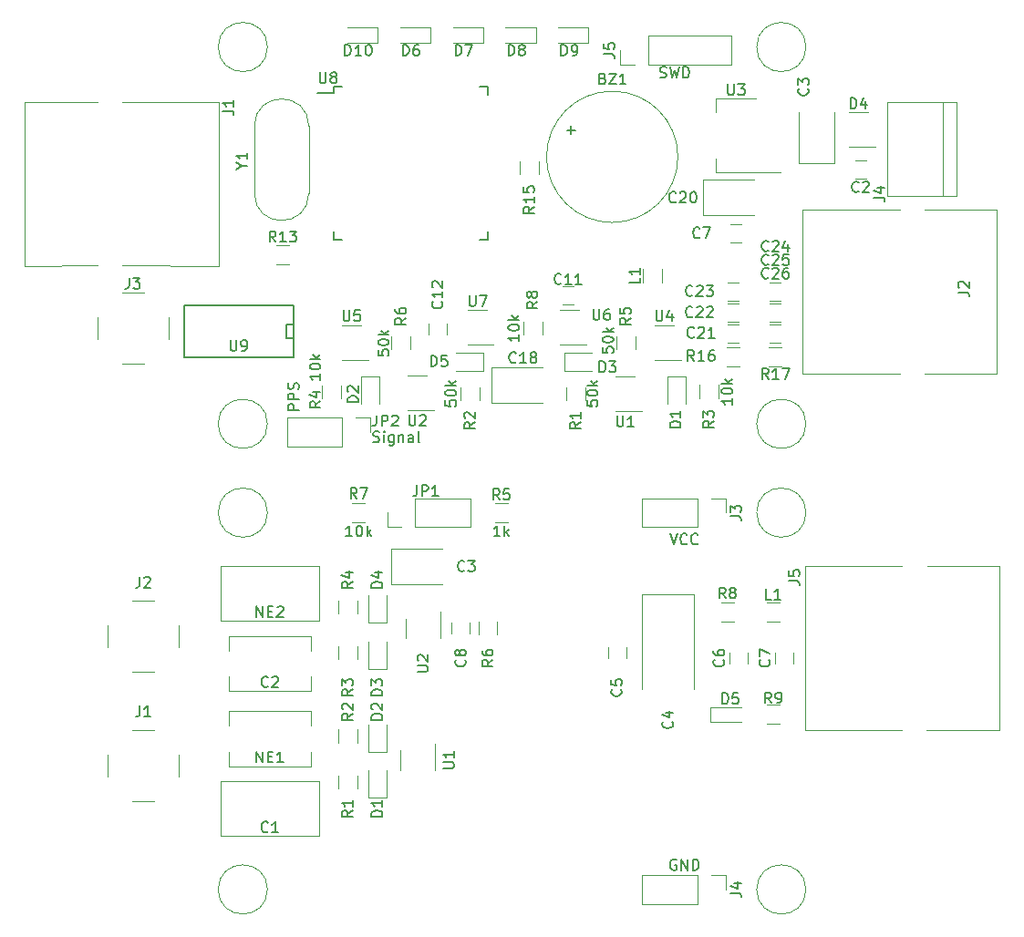
<source format=gto>
G04 #@! TF.FileFunction,Legend,Top*
%FSLAX46Y46*%
G04 Gerber Fmt 4.6, Leading zero omitted, Abs format (unit mm)*
G04 Created by KiCad (PCBNEW 4.0.6) date Fri Apr 28 14:46:48 2017*
%MOMM*%
%LPD*%
G01*
G04 APERTURE LIST*
%ADD10C,0.100000*%
%ADD11C,0.200000*%
%ADD12C,0.150000*%
%ADD13C,0.120000*%
G04 APERTURE END LIST*
D10*
D11*
X47952381Y-58488095D02*
X46952381Y-58488095D01*
X46952381Y-58107142D01*
X47000000Y-58011904D01*
X47047619Y-57964285D01*
X47142857Y-57916666D01*
X47285714Y-57916666D01*
X47380952Y-57964285D01*
X47428571Y-58011904D01*
X47476190Y-58107142D01*
X47476190Y-58488095D01*
X47952381Y-57488095D02*
X46952381Y-57488095D01*
X46952381Y-57107142D01*
X47000000Y-57011904D01*
X47047619Y-56964285D01*
X47142857Y-56916666D01*
X47285714Y-56916666D01*
X47380952Y-56964285D01*
X47428571Y-57011904D01*
X47476190Y-57107142D01*
X47476190Y-57488095D01*
X47904762Y-56535714D02*
X47952381Y-56392857D01*
X47952381Y-56154761D01*
X47904762Y-56059523D01*
X47857143Y-56011904D01*
X47761905Y-55964285D01*
X47666667Y-55964285D01*
X47571429Y-56011904D01*
X47523810Y-56059523D01*
X47476190Y-56154761D01*
X47428571Y-56345238D01*
X47380952Y-56440476D01*
X47333333Y-56488095D01*
X47238095Y-56535714D01*
X47142857Y-56535714D01*
X47047619Y-56488095D01*
X47000000Y-56440476D01*
X46952381Y-56345238D01*
X46952381Y-56107142D01*
X47000000Y-55964285D01*
X54857143Y-61404762D02*
X55000000Y-61452381D01*
X55238096Y-61452381D01*
X55333334Y-61404762D01*
X55380953Y-61357143D01*
X55428572Y-61261905D01*
X55428572Y-61166667D01*
X55380953Y-61071429D01*
X55333334Y-61023810D01*
X55238096Y-60976190D01*
X55047619Y-60928571D01*
X54952381Y-60880952D01*
X54904762Y-60833333D01*
X54857143Y-60738095D01*
X54857143Y-60642857D01*
X54904762Y-60547619D01*
X54952381Y-60500000D01*
X55047619Y-60452381D01*
X55285715Y-60452381D01*
X55428572Y-60500000D01*
X55857143Y-61452381D02*
X55857143Y-60785714D01*
X55857143Y-60452381D02*
X55809524Y-60500000D01*
X55857143Y-60547619D01*
X55904762Y-60500000D01*
X55857143Y-60452381D01*
X55857143Y-60547619D01*
X56761905Y-60785714D02*
X56761905Y-61595238D01*
X56714286Y-61690476D01*
X56666667Y-61738095D01*
X56571428Y-61785714D01*
X56428571Y-61785714D01*
X56333333Y-61738095D01*
X56761905Y-61404762D02*
X56666667Y-61452381D01*
X56476190Y-61452381D01*
X56380952Y-61404762D01*
X56333333Y-61357143D01*
X56285714Y-61261905D01*
X56285714Y-60976190D01*
X56333333Y-60880952D01*
X56380952Y-60833333D01*
X56476190Y-60785714D01*
X56666667Y-60785714D01*
X56761905Y-60833333D01*
X57238095Y-60785714D02*
X57238095Y-61452381D01*
X57238095Y-60880952D02*
X57285714Y-60833333D01*
X57380952Y-60785714D01*
X57523810Y-60785714D01*
X57619048Y-60833333D01*
X57666667Y-60928571D01*
X57666667Y-61452381D01*
X58571429Y-61452381D02*
X58571429Y-60928571D01*
X58523810Y-60833333D01*
X58428572Y-60785714D01*
X58238095Y-60785714D01*
X58142857Y-60833333D01*
X58571429Y-61404762D02*
X58476191Y-61452381D01*
X58238095Y-61452381D01*
X58142857Y-61404762D01*
X58095238Y-61309524D01*
X58095238Y-61214286D01*
X58142857Y-61119048D01*
X58238095Y-61071429D01*
X58476191Y-61071429D01*
X58571429Y-61023810D01*
X59190476Y-61452381D02*
X59095238Y-61404762D01*
X59047619Y-61309524D01*
X59047619Y-60452381D01*
D12*
X51225000Y-28400000D02*
X51225000Y-29050000D01*
X65475000Y-28400000D02*
X65475000Y-29160000D01*
X65475000Y-42650000D02*
X65475000Y-41890000D01*
X51225000Y-42650000D02*
X51225000Y-41890000D01*
X51225000Y-28400000D02*
X51985000Y-28400000D01*
X51225000Y-42650000D02*
X51985000Y-42650000D01*
X65475000Y-42650000D02*
X64715000Y-42650000D01*
X65475000Y-28400000D02*
X64715000Y-28400000D01*
X51225000Y-29050000D02*
X49700000Y-29050000D01*
D13*
X95036000Y-59750000D02*
G75*
G03X95036000Y-59750000I-2286000J0D01*
G01*
X45036000Y-59750000D02*
G75*
G03X45036000Y-59750000I-2286000J0D01*
G01*
X95036000Y-24750000D02*
G75*
G03X95036000Y-24750000I-2286000J0D01*
G01*
X83150000Y-34950000D02*
G75*
G03X83150000Y-34950000I-6100000J0D01*
G01*
X99600000Y-37000000D02*
X100600000Y-37000000D01*
X100600000Y-35300000D02*
X99600000Y-35300000D01*
X94400000Y-35550000D02*
X94400000Y-30800000D01*
X97700000Y-35550000D02*
X97700000Y-30800000D01*
X94400000Y-35550000D02*
X97700000Y-35550000D01*
X89050000Y-41200000D02*
X88050000Y-41200000D01*
X88050000Y-42900000D02*
X89050000Y-42900000D01*
X73450000Y-47000000D02*
X72450000Y-47000000D01*
X72450000Y-48700000D02*
X73450000Y-48700000D01*
X61725000Y-51450000D02*
X61725000Y-50450000D01*
X60025000Y-50450000D02*
X60025000Y-51450000D01*
X65800000Y-54525000D02*
X70550000Y-54525000D01*
X65800000Y-57825000D02*
X70550000Y-57825000D01*
X65800000Y-54525000D02*
X65800000Y-57825000D01*
X85450000Y-37100000D02*
X90200000Y-37100000D01*
X85450000Y-40400000D02*
X90200000Y-40400000D01*
X85450000Y-37100000D02*
X85450000Y-40400000D01*
X83850000Y-55350000D02*
X82150000Y-55350000D01*
X82150000Y-55350000D02*
X82150000Y-57900000D01*
X83850000Y-55350000D02*
X83850000Y-57900000D01*
X55450000Y-55350000D02*
X53750000Y-55350000D01*
X53750000Y-55350000D02*
X53750000Y-57900000D01*
X55450000Y-55350000D02*
X55450000Y-57900000D01*
X72625000Y-53150000D02*
X72625000Y-54850000D01*
X72625000Y-54850000D02*
X75175000Y-54850000D01*
X72625000Y-53150000D02*
X75175000Y-53150000D01*
X100800000Y-30790000D02*
X99000000Y-30790000D01*
X99000000Y-34010000D02*
X101450000Y-34010000D01*
X65075000Y-54850000D02*
X65075000Y-53150000D01*
X65075000Y-53150000D02*
X62525000Y-53150000D01*
X65075000Y-54850000D02*
X62525000Y-54850000D01*
X60150000Y-24350000D02*
X60150000Y-22950000D01*
X60150000Y-22950000D02*
X57350000Y-22950000D01*
X60150000Y-24350000D02*
X57350000Y-24350000D01*
X65050000Y-24350000D02*
X65050000Y-22950000D01*
X65050000Y-22950000D02*
X62250000Y-22950000D01*
X65050000Y-24350000D02*
X62250000Y-24350000D01*
X69950000Y-24350000D02*
X69950000Y-22950000D01*
X69950000Y-22950000D02*
X67150000Y-22950000D01*
X69950000Y-24350000D02*
X67150000Y-24350000D01*
X74850000Y-24350000D02*
X74850000Y-22950000D01*
X74850000Y-22950000D02*
X72050000Y-22950000D01*
X74850000Y-24350000D02*
X72050000Y-24350000D01*
X55250000Y-24350000D02*
X55250000Y-22950000D01*
X55250000Y-22950000D02*
X52450000Y-22950000D01*
X55250000Y-24350000D02*
X52450000Y-24350000D01*
X22530000Y-29830000D02*
X22530000Y-45070000D01*
X40560000Y-45070000D02*
X31570000Y-45060000D01*
X40560000Y-45070000D02*
X40560000Y-29830000D01*
X40560000Y-29830000D02*
X31560000Y-29830000D01*
X29230000Y-45060000D02*
X22530000Y-45070000D01*
X29240000Y-29830000D02*
X22530000Y-29830000D01*
X80420000Y-26380000D02*
X88100000Y-26380000D01*
X88100000Y-26380000D02*
X88100000Y-23720000D01*
X88100000Y-23720000D02*
X80420000Y-23720000D01*
X80420000Y-23720000D02*
X80420000Y-26380000D01*
X79150000Y-26380000D02*
X77820000Y-26380000D01*
X77820000Y-26380000D02*
X77820000Y-25050000D01*
X81680000Y-45400000D02*
X81680000Y-46600000D01*
X79920000Y-46600000D02*
X79920000Y-45400000D01*
X72770000Y-57550000D02*
X72770000Y-56350000D01*
X74530000Y-56350000D02*
X74530000Y-57550000D01*
X62970000Y-57550000D02*
X62970000Y-56350000D01*
X64730000Y-56350000D02*
X64730000Y-57550000D01*
X85170000Y-57350000D02*
X85170000Y-56150000D01*
X86930000Y-56150000D02*
X86930000Y-57350000D01*
X50120000Y-57375000D02*
X50120000Y-56175000D01*
X51880000Y-56175000D02*
X51880000Y-57375000D01*
X77470000Y-52850000D02*
X77470000Y-51650000D01*
X79230000Y-51650000D02*
X79230000Y-52850000D01*
X58305000Y-51650000D02*
X58305000Y-52850000D01*
X56545000Y-52850000D02*
X56545000Y-51650000D01*
X68820000Y-51475000D02*
X68820000Y-50275000D01*
X70580000Y-50275000D02*
X70580000Y-51475000D01*
X47050000Y-44930000D02*
X45850000Y-44930000D01*
X45850000Y-43170000D02*
X47050000Y-43170000D01*
X70230000Y-35350000D02*
X70230000Y-36550000D01*
X68470000Y-36550000D02*
X68470000Y-35350000D01*
X79150000Y-55340000D02*
X77350000Y-55340000D01*
X77350000Y-58560000D02*
X79800000Y-58560000D01*
X59850000Y-55290000D02*
X58050000Y-55290000D01*
X58050000Y-58510000D02*
X60500000Y-58510000D01*
X86640000Y-29540000D02*
X86640000Y-30800000D01*
X86640000Y-36360000D02*
X86640000Y-35100000D01*
X90400000Y-29540000D02*
X86640000Y-29540000D01*
X92650000Y-36360000D02*
X86640000Y-36360000D01*
X82800000Y-50640000D02*
X81000000Y-50640000D01*
X81000000Y-53860000D02*
X83450000Y-53860000D01*
X53750000Y-50640000D02*
X51950000Y-50640000D01*
X51950000Y-53860000D02*
X54400000Y-53860000D01*
X74000000Y-49140000D02*
X72200000Y-49140000D01*
X72200000Y-52360000D02*
X74650000Y-52360000D01*
X65400000Y-49140000D02*
X63600000Y-49140000D01*
X63600000Y-52360000D02*
X66050000Y-52360000D01*
X48875000Y-32090000D02*
X48875000Y-38340000D01*
X43825000Y-32090000D02*
X43825000Y-38340000D01*
X43825000Y-32090000D02*
G75*
G02X48875000Y-32090000I2525000J0D01*
G01*
X43825000Y-38340000D02*
G75*
G03X48875000Y-38340000I2525000J0D01*
G01*
X45036000Y-24750000D02*
G75*
G03X45036000Y-24750000I-2286000J0D01*
G01*
X87800000Y-52200000D02*
X88800000Y-52200000D01*
X88800000Y-50500000D02*
X87800000Y-50500000D01*
X87800000Y-50250000D02*
X88800000Y-50250000D01*
X88800000Y-48550000D02*
X87800000Y-48550000D01*
X87800000Y-48300000D02*
X88800000Y-48300000D01*
X88800000Y-46600000D02*
X87800000Y-46600000D01*
X92700000Y-46650000D02*
X91700000Y-46650000D01*
X91700000Y-48350000D02*
X92700000Y-48350000D01*
X92700000Y-48550000D02*
X91700000Y-48550000D01*
X91700000Y-50250000D02*
X92700000Y-50250000D01*
X92700000Y-50500000D02*
X91700000Y-50500000D01*
X91700000Y-52200000D02*
X92700000Y-52200000D01*
X112770000Y-55070000D02*
X112770000Y-39830000D01*
X94740000Y-39830000D02*
X103730000Y-39840000D01*
X94740000Y-39830000D02*
X94740000Y-55070000D01*
X94740000Y-55070000D02*
X103740000Y-55070000D01*
X106070000Y-39840000D02*
X112770000Y-39830000D01*
X106060000Y-55070000D02*
X112770000Y-55070000D01*
X108980000Y-38600000D02*
X108980000Y-29900000D01*
X102570000Y-38600000D02*
X102570000Y-29900000D01*
X102570000Y-29900000D02*
X108980000Y-29900000D01*
X107750000Y-29900000D02*
X107750000Y-38600000D01*
X108980000Y-38600000D02*
X102570000Y-38600000D01*
X87700000Y-52620000D02*
X88900000Y-52620000D01*
X88900000Y-54380000D02*
X87700000Y-54380000D01*
X91600000Y-52620000D02*
X92800000Y-52620000D01*
X92800000Y-54380000D02*
X91600000Y-54380000D01*
X31550000Y-47550000D02*
X33550000Y-47550000D01*
X31550000Y-54150000D02*
X33550000Y-54150000D01*
X35850000Y-49850000D02*
X35850000Y-51850000D01*
X29250000Y-49850000D02*
X29250000Y-51850000D01*
D12*
X37270000Y-53536000D02*
X37270000Y-48710000D01*
X37270000Y-48710000D02*
X47430000Y-48710000D01*
X47430000Y-48710000D02*
X47430000Y-53536000D01*
X47430000Y-53536000D02*
X37270000Y-53536000D01*
X47430000Y-51758000D02*
X46795000Y-51758000D01*
X46795000Y-51758000D02*
X46795000Y-50488000D01*
X46795000Y-50488000D02*
X47430000Y-50488000D01*
D13*
X51980000Y-59170000D02*
X46840000Y-59170000D01*
X46840000Y-59170000D02*
X46840000Y-61830000D01*
X46840000Y-61830000D02*
X51980000Y-61830000D01*
X51980000Y-61830000D02*
X51980000Y-59170000D01*
X53250000Y-59170000D02*
X54580000Y-59170000D01*
X54580000Y-59170000D02*
X54580000Y-60500000D01*
X95036000Y-103000000D02*
G75*
G03X95036000Y-103000000I-2286000J0D01*
G01*
X95036000Y-68000000D02*
G75*
G03X95036000Y-68000000I-2286000J0D01*
G01*
X45036000Y-103000000D02*
G75*
G03X45036000Y-103000000I-2286000J0D01*
G01*
X49060000Y-91560000D02*
X41440000Y-91560000D01*
X49060000Y-86440000D02*
X41440000Y-86440000D01*
X49060000Y-91560000D02*
X49060000Y-90195000D01*
X49060000Y-87805000D02*
X49060000Y-86440000D01*
X41440000Y-91560000D02*
X41440000Y-90195000D01*
X41440000Y-87805000D02*
X41440000Y-86440000D01*
X49060000Y-84560000D02*
X41440000Y-84560000D01*
X49060000Y-79440000D02*
X41440000Y-79440000D01*
X49060000Y-84560000D02*
X49060000Y-83195000D01*
X49060000Y-80805000D02*
X49060000Y-79440000D01*
X41440000Y-84560000D02*
X41440000Y-83195000D01*
X41440000Y-80805000D02*
X41440000Y-79440000D01*
X56500000Y-71350000D02*
X61250000Y-71350000D01*
X56500000Y-74650000D02*
X61250000Y-74650000D01*
X56500000Y-71350000D02*
X56500000Y-74650000D01*
X84650000Y-75600000D02*
X84650000Y-84400000D01*
X79850000Y-75600000D02*
X79850000Y-84400000D01*
X84650000Y-75600000D02*
X79850000Y-75600000D01*
X78350000Y-81500000D02*
X78350000Y-80500000D01*
X76650000Y-80500000D02*
X76650000Y-81500000D01*
X89600000Y-82000000D02*
X89600000Y-81000000D01*
X87900000Y-81000000D02*
X87900000Y-82000000D01*
X93850000Y-82000000D02*
X93850000Y-81000000D01*
X92150000Y-81000000D02*
X92150000Y-82000000D01*
X63850000Y-79250000D02*
X63850000Y-78250000D01*
X62150000Y-78250000D02*
X62150000Y-79250000D01*
X54400000Y-94500000D02*
X56100000Y-94500000D01*
X56100000Y-94500000D02*
X56100000Y-91950000D01*
X54400000Y-94500000D02*
X54400000Y-91950000D01*
X54400000Y-90250000D02*
X56100000Y-90250000D01*
X56100000Y-90250000D02*
X56100000Y-87700000D01*
X54400000Y-90250000D02*
X54400000Y-87700000D01*
X54400000Y-82500000D02*
X56100000Y-82500000D01*
X56100000Y-82500000D02*
X56100000Y-79950000D01*
X54400000Y-82500000D02*
X54400000Y-79950000D01*
X54400000Y-78250000D02*
X56100000Y-78250000D01*
X56100000Y-78250000D02*
X56100000Y-75700000D01*
X54400000Y-78250000D02*
X54400000Y-75700000D01*
X86200000Y-86050000D02*
X86200000Y-87450000D01*
X86200000Y-87450000D02*
X89000000Y-87450000D01*
X86200000Y-86050000D02*
X89000000Y-86050000D01*
X32500000Y-88200000D02*
X34500000Y-88200000D01*
X32500000Y-94800000D02*
X34500000Y-94800000D01*
X36800000Y-90500000D02*
X36800000Y-92500000D01*
X30200000Y-90500000D02*
X30200000Y-92500000D01*
X32500000Y-76200000D02*
X34500000Y-76200000D01*
X32500000Y-82800000D02*
X34500000Y-82800000D01*
X36800000Y-78500000D02*
X36800000Y-80500000D01*
X30200000Y-78500000D02*
X30200000Y-80500000D01*
X84980000Y-66670000D02*
X79840000Y-66670000D01*
X79840000Y-66670000D02*
X79840000Y-69330000D01*
X79840000Y-69330000D02*
X84980000Y-69330000D01*
X84980000Y-69330000D02*
X84980000Y-66670000D01*
X86250000Y-66670000D02*
X87580000Y-66670000D01*
X87580000Y-66670000D02*
X87580000Y-68000000D01*
X84980000Y-101670000D02*
X79840000Y-101670000D01*
X79840000Y-101670000D02*
X79840000Y-104330000D01*
X79840000Y-104330000D02*
X84980000Y-104330000D01*
X84980000Y-104330000D02*
X84980000Y-101670000D01*
X86250000Y-101670000D02*
X87580000Y-101670000D01*
X87580000Y-101670000D02*
X87580000Y-103000000D01*
X112970000Y-88170000D02*
X112970000Y-72930000D01*
X94940000Y-72930000D02*
X103930000Y-72940000D01*
X94940000Y-72930000D02*
X94940000Y-88170000D01*
X94940000Y-88170000D02*
X103940000Y-88170000D01*
X106270000Y-72940000D02*
X112970000Y-72930000D01*
X106260000Y-88170000D02*
X112970000Y-88170000D01*
X58770000Y-69330000D02*
X63910000Y-69330000D01*
X63910000Y-69330000D02*
X63910000Y-66670000D01*
X63910000Y-66670000D02*
X58770000Y-66670000D01*
X58770000Y-66670000D02*
X58770000Y-69330000D01*
X57500000Y-69330000D02*
X56170000Y-69330000D01*
X56170000Y-69330000D02*
X56170000Y-68000000D01*
X92600000Y-78130000D02*
X91400000Y-78130000D01*
X91400000Y-76370000D02*
X92600000Y-76370000D01*
X40690000Y-92940000D02*
X49810000Y-92940000D01*
X40690000Y-98060000D02*
X49810000Y-98060000D01*
X40690000Y-92940000D02*
X40690000Y-98060000D01*
X49810000Y-92940000D02*
X49810000Y-98060000D01*
X40690000Y-72940000D02*
X49810000Y-72940000D01*
X40690000Y-78060000D02*
X49810000Y-78060000D01*
X40690000Y-72940000D02*
X40690000Y-78060000D01*
X49810000Y-72940000D02*
X49810000Y-78060000D01*
X53380000Y-92400000D02*
X53380000Y-93600000D01*
X51620000Y-93600000D02*
X51620000Y-92400000D01*
X53380000Y-88150000D02*
X53380000Y-89350000D01*
X51620000Y-89350000D02*
X51620000Y-88150000D01*
X53380000Y-80400000D02*
X53380000Y-81600000D01*
X51620000Y-81600000D02*
X51620000Y-80400000D01*
X53380000Y-76150000D02*
X53380000Y-77350000D01*
X51620000Y-77350000D02*
X51620000Y-76150000D01*
X67350000Y-68880000D02*
X66150000Y-68880000D01*
X66150000Y-67120000D02*
X67350000Y-67120000D01*
X64620000Y-79350000D02*
X64620000Y-78150000D01*
X66380000Y-78150000D02*
X66380000Y-79350000D01*
X52900000Y-67120000D02*
X54100000Y-67120000D01*
X54100000Y-68880000D02*
X52900000Y-68880000D01*
X87150000Y-76370000D02*
X88350000Y-76370000D01*
X88350000Y-78130000D02*
X87150000Y-78130000D01*
X91400000Y-85870000D02*
X92600000Y-85870000D01*
X92600000Y-87630000D02*
X91400000Y-87630000D01*
X57390000Y-90100000D02*
X57390000Y-91900000D01*
X60610000Y-91900000D02*
X60610000Y-89450000D01*
X57890000Y-77850000D02*
X57890000Y-79650000D01*
X61110000Y-79650000D02*
X61110000Y-77200000D01*
X45036000Y-68000000D02*
G75*
G03X45036000Y-68000000I-2286000J0D01*
G01*
D12*
X49888095Y-27102381D02*
X49888095Y-27911905D01*
X49935714Y-28007143D01*
X49983333Y-28054762D01*
X50078571Y-28102381D01*
X50269048Y-28102381D01*
X50364286Y-28054762D01*
X50411905Y-28007143D01*
X50459524Y-27911905D01*
X50459524Y-27102381D01*
X51078571Y-27530952D02*
X50983333Y-27483333D01*
X50935714Y-27435714D01*
X50888095Y-27340476D01*
X50888095Y-27292857D01*
X50935714Y-27197619D01*
X50983333Y-27150000D01*
X51078571Y-27102381D01*
X51269048Y-27102381D01*
X51364286Y-27150000D01*
X51411905Y-27197619D01*
X51459524Y-27292857D01*
X51459524Y-27340476D01*
X51411905Y-27435714D01*
X51364286Y-27483333D01*
X51269048Y-27530952D01*
X51078571Y-27530952D01*
X50983333Y-27578571D01*
X50935714Y-27626190D01*
X50888095Y-27721429D01*
X50888095Y-27911905D01*
X50935714Y-28007143D01*
X50983333Y-28054762D01*
X51078571Y-28102381D01*
X51269048Y-28102381D01*
X51364286Y-28054762D01*
X51411905Y-28007143D01*
X51459524Y-27911905D01*
X51459524Y-27721429D01*
X51411905Y-27626190D01*
X51364286Y-27578571D01*
X51269048Y-27530952D01*
X76169048Y-27678571D02*
X76311905Y-27726190D01*
X76359524Y-27773810D01*
X76407143Y-27869048D01*
X76407143Y-28011905D01*
X76359524Y-28107143D01*
X76311905Y-28154762D01*
X76216667Y-28202381D01*
X75835714Y-28202381D01*
X75835714Y-27202381D01*
X76169048Y-27202381D01*
X76264286Y-27250000D01*
X76311905Y-27297619D01*
X76359524Y-27392857D01*
X76359524Y-27488095D01*
X76311905Y-27583333D01*
X76264286Y-27630952D01*
X76169048Y-27678571D01*
X75835714Y-27678571D01*
X76740476Y-27202381D02*
X77407143Y-27202381D01*
X76740476Y-28202381D01*
X77407143Y-28202381D01*
X78311905Y-28202381D02*
X77740476Y-28202381D01*
X78026190Y-28202381D02*
X78026190Y-27202381D01*
X77930952Y-27345238D01*
X77835714Y-27440476D01*
X77740476Y-27488095D01*
X72859048Y-32481429D02*
X73620953Y-32481429D01*
X73240001Y-32862381D02*
X73240001Y-32100476D01*
X99933334Y-38157143D02*
X99885715Y-38204762D01*
X99742858Y-38252381D01*
X99647620Y-38252381D01*
X99504762Y-38204762D01*
X99409524Y-38109524D01*
X99361905Y-38014286D01*
X99314286Y-37823810D01*
X99314286Y-37680952D01*
X99361905Y-37490476D01*
X99409524Y-37395238D01*
X99504762Y-37300000D01*
X99647620Y-37252381D01*
X99742858Y-37252381D01*
X99885715Y-37300000D01*
X99933334Y-37347619D01*
X100314286Y-37347619D02*
X100361905Y-37300000D01*
X100457143Y-37252381D01*
X100695239Y-37252381D01*
X100790477Y-37300000D01*
X100838096Y-37347619D01*
X100885715Y-37442857D01*
X100885715Y-37538095D01*
X100838096Y-37680952D01*
X100266667Y-38252381D01*
X100885715Y-38252381D01*
X95207143Y-28616666D02*
X95254762Y-28664285D01*
X95302381Y-28807142D01*
X95302381Y-28902380D01*
X95254762Y-29045238D01*
X95159524Y-29140476D01*
X95064286Y-29188095D01*
X94873810Y-29235714D01*
X94730952Y-29235714D01*
X94540476Y-29188095D01*
X94445238Y-29140476D01*
X94350000Y-29045238D01*
X94302381Y-28902380D01*
X94302381Y-28807142D01*
X94350000Y-28664285D01*
X94397619Y-28616666D01*
X94302381Y-28283333D02*
X94302381Y-27664285D01*
X94683333Y-27997619D01*
X94683333Y-27854761D01*
X94730952Y-27759523D01*
X94778571Y-27711904D01*
X94873810Y-27664285D01*
X95111905Y-27664285D01*
X95207143Y-27711904D01*
X95254762Y-27759523D01*
X95302381Y-27854761D01*
X95302381Y-28140476D01*
X95254762Y-28235714D01*
X95207143Y-28283333D01*
X85183334Y-42407143D02*
X85135715Y-42454762D01*
X84992858Y-42502381D01*
X84897620Y-42502381D01*
X84754762Y-42454762D01*
X84659524Y-42359524D01*
X84611905Y-42264286D01*
X84564286Y-42073810D01*
X84564286Y-41930952D01*
X84611905Y-41740476D01*
X84659524Y-41645238D01*
X84754762Y-41550000D01*
X84897620Y-41502381D01*
X84992858Y-41502381D01*
X85135715Y-41550000D01*
X85183334Y-41597619D01*
X85516667Y-41502381D02*
X86183334Y-41502381D01*
X85754762Y-42502381D01*
X72307143Y-46707143D02*
X72259524Y-46754762D01*
X72116667Y-46802381D01*
X72021429Y-46802381D01*
X71878571Y-46754762D01*
X71783333Y-46659524D01*
X71735714Y-46564286D01*
X71688095Y-46373810D01*
X71688095Y-46230952D01*
X71735714Y-46040476D01*
X71783333Y-45945238D01*
X71878571Y-45850000D01*
X72021429Y-45802381D01*
X72116667Y-45802381D01*
X72259524Y-45850000D01*
X72307143Y-45897619D01*
X73259524Y-46802381D02*
X72688095Y-46802381D01*
X72973809Y-46802381D02*
X72973809Y-45802381D01*
X72878571Y-45945238D01*
X72783333Y-46040476D01*
X72688095Y-46088095D01*
X74211905Y-46802381D02*
X73640476Y-46802381D01*
X73926190Y-46802381D02*
X73926190Y-45802381D01*
X73830952Y-45945238D01*
X73735714Y-46040476D01*
X73640476Y-46088095D01*
X61207143Y-48392857D02*
X61254762Y-48440476D01*
X61302381Y-48583333D01*
X61302381Y-48678571D01*
X61254762Y-48821429D01*
X61159524Y-48916667D01*
X61064286Y-48964286D01*
X60873810Y-49011905D01*
X60730952Y-49011905D01*
X60540476Y-48964286D01*
X60445238Y-48916667D01*
X60350000Y-48821429D01*
X60302381Y-48678571D01*
X60302381Y-48583333D01*
X60350000Y-48440476D01*
X60397619Y-48392857D01*
X61302381Y-47440476D02*
X61302381Y-48011905D01*
X61302381Y-47726191D02*
X60302381Y-47726191D01*
X60445238Y-47821429D01*
X60540476Y-47916667D01*
X60588095Y-48011905D01*
X60397619Y-47059524D02*
X60350000Y-47011905D01*
X60302381Y-46916667D01*
X60302381Y-46678571D01*
X60350000Y-46583333D01*
X60397619Y-46535714D01*
X60492857Y-46488095D01*
X60588095Y-46488095D01*
X60730952Y-46535714D01*
X61302381Y-47107143D01*
X61302381Y-46488095D01*
X68107143Y-54007143D02*
X68059524Y-54054762D01*
X67916667Y-54102381D01*
X67821429Y-54102381D01*
X67678571Y-54054762D01*
X67583333Y-53959524D01*
X67535714Y-53864286D01*
X67488095Y-53673810D01*
X67488095Y-53530952D01*
X67535714Y-53340476D01*
X67583333Y-53245238D01*
X67678571Y-53150000D01*
X67821429Y-53102381D01*
X67916667Y-53102381D01*
X68059524Y-53150000D01*
X68107143Y-53197619D01*
X69059524Y-54102381D02*
X68488095Y-54102381D01*
X68773809Y-54102381D02*
X68773809Y-53102381D01*
X68678571Y-53245238D01*
X68583333Y-53340476D01*
X68488095Y-53388095D01*
X69630952Y-53530952D02*
X69535714Y-53483333D01*
X69488095Y-53435714D01*
X69440476Y-53340476D01*
X69440476Y-53292857D01*
X69488095Y-53197619D01*
X69535714Y-53150000D01*
X69630952Y-53102381D01*
X69821429Y-53102381D01*
X69916667Y-53150000D01*
X69964286Y-53197619D01*
X70011905Y-53292857D01*
X70011905Y-53340476D01*
X69964286Y-53435714D01*
X69916667Y-53483333D01*
X69821429Y-53530952D01*
X69630952Y-53530952D01*
X69535714Y-53578571D01*
X69488095Y-53626190D01*
X69440476Y-53721429D01*
X69440476Y-53911905D01*
X69488095Y-54007143D01*
X69535714Y-54054762D01*
X69630952Y-54102381D01*
X69821429Y-54102381D01*
X69916667Y-54054762D01*
X69964286Y-54007143D01*
X70011905Y-53911905D01*
X70011905Y-53721429D01*
X69964286Y-53626190D01*
X69916667Y-53578571D01*
X69821429Y-53530952D01*
X82957143Y-39107143D02*
X82909524Y-39154762D01*
X82766667Y-39202381D01*
X82671429Y-39202381D01*
X82528571Y-39154762D01*
X82433333Y-39059524D01*
X82385714Y-38964286D01*
X82338095Y-38773810D01*
X82338095Y-38630952D01*
X82385714Y-38440476D01*
X82433333Y-38345238D01*
X82528571Y-38250000D01*
X82671429Y-38202381D01*
X82766667Y-38202381D01*
X82909524Y-38250000D01*
X82957143Y-38297619D01*
X83338095Y-38297619D02*
X83385714Y-38250000D01*
X83480952Y-38202381D01*
X83719048Y-38202381D01*
X83814286Y-38250000D01*
X83861905Y-38297619D01*
X83909524Y-38392857D01*
X83909524Y-38488095D01*
X83861905Y-38630952D01*
X83290476Y-39202381D01*
X83909524Y-39202381D01*
X84528571Y-38202381D02*
X84623810Y-38202381D01*
X84719048Y-38250000D01*
X84766667Y-38297619D01*
X84814286Y-38392857D01*
X84861905Y-38583333D01*
X84861905Y-38821429D01*
X84814286Y-39011905D01*
X84766667Y-39107143D01*
X84719048Y-39154762D01*
X84623810Y-39202381D01*
X84528571Y-39202381D01*
X84433333Y-39154762D01*
X84385714Y-39107143D01*
X84338095Y-39011905D01*
X84290476Y-38821429D01*
X84290476Y-38583333D01*
X84338095Y-38392857D01*
X84385714Y-38297619D01*
X84433333Y-38250000D01*
X84528571Y-38202381D01*
X83402381Y-60088095D02*
X82402381Y-60088095D01*
X82402381Y-59850000D01*
X82450000Y-59707142D01*
X82545238Y-59611904D01*
X82640476Y-59564285D01*
X82830952Y-59516666D01*
X82973810Y-59516666D01*
X83164286Y-59564285D01*
X83259524Y-59611904D01*
X83354762Y-59707142D01*
X83402381Y-59850000D01*
X83402381Y-60088095D01*
X83402381Y-58564285D02*
X83402381Y-59135714D01*
X83402381Y-58850000D02*
X82402381Y-58850000D01*
X82545238Y-58945238D01*
X82640476Y-59040476D01*
X82688095Y-59135714D01*
X53452381Y-57738095D02*
X52452381Y-57738095D01*
X52452381Y-57500000D01*
X52500000Y-57357142D01*
X52595238Y-57261904D01*
X52690476Y-57214285D01*
X52880952Y-57166666D01*
X53023810Y-57166666D01*
X53214286Y-57214285D01*
X53309524Y-57261904D01*
X53404762Y-57357142D01*
X53452381Y-57500000D01*
X53452381Y-57738095D01*
X52547619Y-56785714D02*
X52500000Y-56738095D01*
X52452381Y-56642857D01*
X52452381Y-56404761D01*
X52500000Y-56309523D01*
X52547619Y-56261904D01*
X52642857Y-56214285D01*
X52738095Y-56214285D01*
X52880952Y-56261904D01*
X53452381Y-56833333D01*
X53452381Y-56214285D01*
X75861905Y-54952381D02*
X75861905Y-53952381D01*
X76100000Y-53952381D01*
X76242858Y-54000000D01*
X76338096Y-54095238D01*
X76385715Y-54190476D01*
X76433334Y-54380952D01*
X76433334Y-54523810D01*
X76385715Y-54714286D01*
X76338096Y-54809524D01*
X76242858Y-54904762D01*
X76100000Y-54952381D01*
X75861905Y-54952381D01*
X76766667Y-53952381D02*
X77385715Y-53952381D01*
X77052381Y-54333333D01*
X77195239Y-54333333D01*
X77290477Y-54380952D01*
X77338096Y-54428571D01*
X77385715Y-54523810D01*
X77385715Y-54761905D01*
X77338096Y-54857143D01*
X77290477Y-54904762D01*
X77195239Y-54952381D01*
X76909524Y-54952381D01*
X76814286Y-54904762D01*
X76766667Y-54857143D01*
X99161905Y-30477381D02*
X99161905Y-29477381D01*
X99400000Y-29477381D01*
X99542858Y-29525000D01*
X99638096Y-29620238D01*
X99685715Y-29715476D01*
X99733334Y-29905952D01*
X99733334Y-30048810D01*
X99685715Y-30239286D01*
X99638096Y-30334524D01*
X99542858Y-30429762D01*
X99400000Y-30477381D01*
X99161905Y-30477381D01*
X100590477Y-29810714D02*
X100590477Y-30477381D01*
X100352381Y-29429762D02*
X100114286Y-30144048D01*
X100733334Y-30144048D01*
X60211905Y-54402381D02*
X60211905Y-53402381D01*
X60450000Y-53402381D01*
X60592858Y-53450000D01*
X60688096Y-53545238D01*
X60735715Y-53640476D01*
X60783334Y-53830952D01*
X60783334Y-53973810D01*
X60735715Y-54164286D01*
X60688096Y-54259524D01*
X60592858Y-54354762D01*
X60450000Y-54402381D01*
X60211905Y-54402381D01*
X61688096Y-53402381D02*
X61211905Y-53402381D01*
X61164286Y-53878571D01*
X61211905Y-53830952D01*
X61307143Y-53783333D01*
X61545239Y-53783333D01*
X61640477Y-53830952D01*
X61688096Y-53878571D01*
X61735715Y-53973810D01*
X61735715Y-54211905D01*
X61688096Y-54307143D01*
X61640477Y-54354762D01*
X61545239Y-54402381D01*
X61307143Y-54402381D01*
X61211905Y-54354762D01*
X61164286Y-54307143D01*
X57611905Y-25552381D02*
X57611905Y-24552381D01*
X57850000Y-24552381D01*
X57992858Y-24600000D01*
X58088096Y-24695238D01*
X58135715Y-24790476D01*
X58183334Y-24980952D01*
X58183334Y-25123810D01*
X58135715Y-25314286D01*
X58088096Y-25409524D01*
X57992858Y-25504762D01*
X57850000Y-25552381D01*
X57611905Y-25552381D01*
X59040477Y-24552381D02*
X58850000Y-24552381D01*
X58754762Y-24600000D01*
X58707143Y-24647619D01*
X58611905Y-24790476D01*
X58564286Y-24980952D01*
X58564286Y-25361905D01*
X58611905Y-25457143D01*
X58659524Y-25504762D01*
X58754762Y-25552381D01*
X58945239Y-25552381D01*
X59040477Y-25504762D01*
X59088096Y-25457143D01*
X59135715Y-25361905D01*
X59135715Y-25123810D01*
X59088096Y-25028571D01*
X59040477Y-24980952D01*
X58945239Y-24933333D01*
X58754762Y-24933333D01*
X58659524Y-24980952D01*
X58611905Y-25028571D01*
X58564286Y-25123810D01*
X62511905Y-25552381D02*
X62511905Y-24552381D01*
X62750000Y-24552381D01*
X62892858Y-24600000D01*
X62988096Y-24695238D01*
X63035715Y-24790476D01*
X63083334Y-24980952D01*
X63083334Y-25123810D01*
X63035715Y-25314286D01*
X62988096Y-25409524D01*
X62892858Y-25504762D01*
X62750000Y-25552381D01*
X62511905Y-25552381D01*
X63416667Y-24552381D02*
X64083334Y-24552381D01*
X63654762Y-25552381D01*
X67411905Y-25552381D02*
X67411905Y-24552381D01*
X67650000Y-24552381D01*
X67792858Y-24600000D01*
X67888096Y-24695238D01*
X67935715Y-24790476D01*
X67983334Y-24980952D01*
X67983334Y-25123810D01*
X67935715Y-25314286D01*
X67888096Y-25409524D01*
X67792858Y-25504762D01*
X67650000Y-25552381D01*
X67411905Y-25552381D01*
X68554762Y-24980952D02*
X68459524Y-24933333D01*
X68411905Y-24885714D01*
X68364286Y-24790476D01*
X68364286Y-24742857D01*
X68411905Y-24647619D01*
X68459524Y-24600000D01*
X68554762Y-24552381D01*
X68745239Y-24552381D01*
X68840477Y-24600000D01*
X68888096Y-24647619D01*
X68935715Y-24742857D01*
X68935715Y-24790476D01*
X68888096Y-24885714D01*
X68840477Y-24933333D01*
X68745239Y-24980952D01*
X68554762Y-24980952D01*
X68459524Y-25028571D01*
X68411905Y-25076190D01*
X68364286Y-25171429D01*
X68364286Y-25361905D01*
X68411905Y-25457143D01*
X68459524Y-25504762D01*
X68554762Y-25552381D01*
X68745239Y-25552381D01*
X68840477Y-25504762D01*
X68888096Y-25457143D01*
X68935715Y-25361905D01*
X68935715Y-25171429D01*
X68888096Y-25076190D01*
X68840477Y-25028571D01*
X68745239Y-24980952D01*
X72311905Y-25552381D02*
X72311905Y-24552381D01*
X72550000Y-24552381D01*
X72692858Y-24600000D01*
X72788096Y-24695238D01*
X72835715Y-24790476D01*
X72883334Y-24980952D01*
X72883334Y-25123810D01*
X72835715Y-25314286D01*
X72788096Y-25409524D01*
X72692858Y-25504762D01*
X72550000Y-25552381D01*
X72311905Y-25552381D01*
X73359524Y-25552381D02*
X73550000Y-25552381D01*
X73645239Y-25504762D01*
X73692858Y-25457143D01*
X73788096Y-25314286D01*
X73835715Y-25123810D01*
X73835715Y-24742857D01*
X73788096Y-24647619D01*
X73740477Y-24600000D01*
X73645239Y-24552381D01*
X73454762Y-24552381D01*
X73359524Y-24600000D01*
X73311905Y-24647619D01*
X73264286Y-24742857D01*
X73264286Y-24980952D01*
X73311905Y-25076190D01*
X73359524Y-25123810D01*
X73454762Y-25171429D01*
X73645239Y-25171429D01*
X73740477Y-25123810D01*
X73788096Y-25076190D01*
X73835715Y-24980952D01*
X52235714Y-25552381D02*
X52235714Y-24552381D01*
X52473809Y-24552381D01*
X52616667Y-24600000D01*
X52711905Y-24695238D01*
X52759524Y-24790476D01*
X52807143Y-24980952D01*
X52807143Y-25123810D01*
X52759524Y-25314286D01*
X52711905Y-25409524D01*
X52616667Y-25504762D01*
X52473809Y-25552381D01*
X52235714Y-25552381D01*
X53759524Y-25552381D02*
X53188095Y-25552381D01*
X53473809Y-25552381D02*
X53473809Y-24552381D01*
X53378571Y-24695238D01*
X53283333Y-24790476D01*
X53188095Y-24838095D01*
X54378571Y-24552381D02*
X54473810Y-24552381D01*
X54569048Y-24600000D01*
X54616667Y-24647619D01*
X54664286Y-24742857D01*
X54711905Y-24933333D01*
X54711905Y-25171429D01*
X54664286Y-25361905D01*
X54616667Y-25457143D01*
X54569048Y-25504762D01*
X54473810Y-25552381D01*
X54378571Y-25552381D01*
X54283333Y-25504762D01*
X54235714Y-25457143D01*
X54188095Y-25361905D01*
X54140476Y-25171429D01*
X54140476Y-24933333D01*
X54188095Y-24742857D01*
X54235714Y-24647619D01*
X54283333Y-24600000D01*
X54378571Y-24552381D01*
X40902381Y-30683333D02*
X41616667Y-30683333D01*
X41759524Y-30730953D01*
X41854762Y-30826191D01*
X41902381Y-30969048D01*
X41902381Y-31064286D01*
X41902381Y-29683333D02*
X41902381Y-30254762D01*
X41902381Y-29969048D02*
X40902381Y-29969048D01*
X41045238Y-30064286D01*
X41140476Y-30159524D01*
X41188095Y-30254762D01*
X76272381Y-25383333D02*
X76986667Y-25383333D01*
X77129524Y-25430953D01*
X77224762Y-25526191D01*
X77272381Y-25669048D01*
X77272381Y-25764286D01*
X76272381Y-24430952D02*
X76272381Y-24907143D01*
X76748571Y-24954762D01*
X76700952Y-24907143D01*
X76653333Y-24811905D01*
X76653333Y-24573809D01*
X76700952Y-24478571D01*
X76748571Y-24430952D01*
X76843810Y-24383333D01*
X77081905Y-24383333D01*
X77177143Y-24430952D01*
X77224762Y-24478571D01*
X77272381Y-24573809D01*
X77272381Y-24811905D01*
X77224762Y-24907143D01*
X77177143Y-24954762D01*
X81492857Y-27554762D02*
X81635714Y-27602381D01*
X81873810Y-27602381D01*
X81969048Y-27554762D01*
X82016667Y-27507143D01*
X82064286Y-27411905D01*
X82064286Y-27316667D01*
X82016667Y-27221429D01*
X81969048Y-27173810D01*
X81873810Y-27126190D01*
X81683333Y-27078571D01*
X81588095Y-27030952D01*
X81540476Y-26983333D01*
X81492857Y-26888095D01*
X81492857Y-26792857D01*
X81540476Y-26697619D01*
X81588095Y-26650000D01*
X81683333Y-26602381D01*
X81921429Y-26602381D01*
X82064286Y-26650000D01*
X82397619Y-26602381D02*
X82635714Y-27602381D01*
X82826191Y-26888095D01*
X83016667Y-27602381D01*
X83254762Y-26602381D01*
X83635714Y-27602381D02*
X83635714Y-26602381D01*
X83873809Y-26602381D01*
X84016667Y-26650000D01*
X84111905Y-26745238D01*
X84159524Y-26840476D01*
X84207143Y-27030952D01*
X84207143Y-27173810D01*
X84159524Y-27364286D01*
X84111905Y-27459524D01*
X84016667Y-27554762D01*
X83873809Y-27602381D01*
X83635714Y-27602381D01*
X79602381Y-46166666D02*
X79602381Y-46642857D01*
X78602381Y-46642857D01*
X79602381Y-45309523D02*
X79602381Y-45880952D01*
X79602381Y-45595238D02*
X78602381Y-45595238D01*
X78745238Y-45690476D01*
X78840476Y-45785714D01*
X78888095Y-45880952D01*
X74102381Y-59616666D02*
X73626190Y-59950000D01*
X74102381Y-60188095D02*
X73102381Y-60188095D01*
X73102381Y-59807142D01*
X73150000Y-59711904D01*
X73197619Y-59664285D01*
X73292857Y-59616666D01*
X73435714Y-59616666D01*
X73530952Y-59664285D01*
X73578571Y-59711904D01*
X73626190Y-59807142D01*
X73626190Y-60188095D01*
X74102381Y-58664285D02*
X74102381Y-59235714D01*
X74102381Y-58950000D02*
X73102381Y-58950000D01*
X73245238Y-59045238D01*
X73340476Y-59140476D01*
X73388095Y-59235714D01*
X74702381Y-57592857D02*
X74702381Y-58069048D01*
X75178571Y-58116667D01*
X75130952Y-58069048D01*
X75083333Y-57973810D01*
X75083333Y-57735714D01*
X75130952Y-57640476D01*
X75178571Y-57592857D01*
X75273810Y-57545238D01*
X75511905Y-57545238D01*
X75607143Y-57592857D01*
X75654762Y-57640476D01*
X75702381Y-57735714D01*
X75702381Y-57973810D01*
X75654762Y-58069048D01*
X75607143Y-58116667D01*
X74702381Y-56926191D02*
X74702381Y-56830952D01*
X74750000Y-56735714D01*
X74797619Y-56688095D01*
X74892857Y-56640476D01*
X75083333Y-56592857D01*
X75321429Y-56592857D01*
X75511905Y-56640476D01*
X75607143Y-56688095D01*
X75654762Y-56735714D01*
X75702381Y-56830952D01*
X75702381Y-56926191D01*
X75654762Y-57021429D01*
X75607143Y-57069048D01*
X75511905Y-57116667D01*
X75321429Y-57164286D01*
X75083333Y-57164286D01*
X74892857Y-57116667D01*
X74797619Y-57069048D01*
X74750000Y-57021429D01*
X74702381Y-56926191D01*
X75702381Y-56164286D02*
X74702381Y-56164286D01*
X75321429Y-56069048D02*
X75702381Y-55783333D01*
X75035714Y-55783333D02*
X75416667Y-56164286D01*
X64302381Y-59616666D02*
X63826190Y-59950000D01*
X64302381Y-60188095D02*
X63302381Y-60188095D01*
X63302381Y-59807142D01*
X63350000Y-59711904D01*
X63397619Y-59664285D01*
X63492857Y-59616666D01*
X63635714Y-59616666D01*
X63730952Y-59664285D01*
X63778571Y-59711904D01*
X63826190Y-59807142D01*
X63826190Y-60188095D01*
X63397619Y-59235714D02*
X63350000Y-59188095D01*
X63302381Y-59092857D01*
X63302381Y-58854761D01*
X63350000Y-58759523D01*
X63397619Y-58711904D01*
X63492857Y-58664285D01*
X63588095Y-58664285D01*
X63730952Y-58711904D01*
X64302381Y-59283333D01*
X64302381Y-58664285D01*
X61552381Y-57592857D02*
X61552381Y-58069048D01*
X62028571Y-58116667D01*
X61980952Y-58069048D01*
X61933333Y-57973810D01*
X61933333Y-57735714D01*
X61980952Y-57640476D01*
X62028571Y-57592857D01*
X62123810Y-57545238D01*
X62361905Y-57545238D01*
X62457143Y-57592857D01*
X62504762Y-57640476D01*
X62552381Y-57735714D01*
X62552381Y-57973810D01*
X62504762Y-58069048D01*
X62457143Y-58116667D01*
X61552381Y-56926191D02*
X61552381Y-56830952D01*
X61600000Y-56735714D01*
X61647619Y-56688095D01*
X61742857Y-56640476D01*
X61933333Y-56592857D01*
X62171429Y-56592857D01*
X62361905Y-56640476D01*
X62457143Y-56688095D01*
X62504762Y-56735714D01*
X62552381Y-56830952D01*
X62552381Y-56926191D01*
X62504762Y-57021429D01*
X62457143Y-57069048D01*
X62361905Y-57116667D01*
X62171429Y-57164286D01*
X61933333Y-57164286D01*
X61742857Y-57116667D01*
X61647619Y-57069048D01*
X61600000Y-57021429D01*
X61552381Y-56926191D01*
X62552381Y-56164286D02*
X61552381Y-56164286D01*
X62171429Y-56069048D02*
X62552381Y-55783333D01*
X61885714Y-55783333D02*
X62266667Y-56164286D01*
X86502381Y-59491666D02*
X86026190Y-59825000D01*
X86502381Y-60063095D02*
X85502381Y-60063095D01*
X85502381Y-59682142D01*
X85550000Y-59586904D01*
X85597619Y-59539285D01*
X85692857Y-59491666D01*
X85835714Y-59491666D01*
X85930952Y-59539285D01*
X85978571Y-59586904D01*
X86026190Y-59682142D01*
X86026190Y-60063095D01*
X85502381Y-59158333D02*
X85502381Y-58539285D01*
X85883333Y-58872619D01*
X85883333Y-58729761D01*
X85930952Y-58634523D01*
X85978571Y-58586904D01*
X86073810Y-58539285D01*
X86311905Y-58539285D01*
X86407143Y-58586904D01*
X86454762Y-58634523D01*
X86502381Y-58729761D01*
X86502381Y-59015476D01*
X86454762Y-59110714D01*
X86407143Y-59158333D01*
X88202381Y-57370238D02*
X88202381Y-57941667D01*
X88202381Y-57655953D02*
X87202381Y-57655953D01*
X87345238Y-57751191D01*
X87440476Y-57846429D01*
X87488095Y-57941667D01*
X87202381Y-56751191D02*
X87202381Y-56655952D01*
X87250000Y-56560714D01*
X87297619Y-56513095D01*
X87392857Y-56465476D01*
X87583333Y-56417857D01*
X87821429Y-56417857D01*
X88011905Y-56465476D01*
X88107143Y-56513095D01*
X88154762Y-56560714D01*
X88202381Y-56655952D01*
X88202381Y-56751191D01*
X88154762Y-56846429D01*
X88107143Y-56894048D01*
X88011905Y-56941667D01*
X87821429Y-56989286D01*
X87583333Y-56989286D01*
X87392857Y-56941667D01*
X87297619Y-56894048D01*
X87250000Y-56846429D01*
X87202381Y-56751191D01*
X88202381Y-55989286D02*
X87202381Y-55989286D01*
X87821429Y-55894048D02*
X88202381Y-55608333D01*
X87535714Y-55608333D02*
X87916667Y-55989286D01*
X49952381Y-57666666D02*
X49476190Y-58000000D01*
X49952381Y-58238095D02*
X48952381Y-58238095D01*
X48952381Y-57857142D01*
X49000000Y-57761904D01*
X49047619Y-57714285D01*
X49142857Y-57666666D01*
X49285714Y-57666666D01*
X49380952Y-57714285D01*
X49428571Y-57761904D01*
X49476190Y-57857142D01*
X49476190Y-58238095D01*
X49285714Y-56809523D02*
X49952381Y-56809523D01*
X48904762Y-57047619D02*
X49619048Y-57285714D01*
X49619048Y-56666666D01*
X49952381Y-55095238D02*
X49952381Y-55666667D01*
X49952381Y-55380953D02*
X48952381Y-55380953D01*
X49095238Y-55476191D01*
X49190476Y-55571429D01*
X49238095Y-55666667D01*
X48952381Y-54476191D02*
X48952381Y-54380952D01*
X49000000Y-54285714D01*
X49047619Y-54238095D01*
X49142857Y-54190476D01*
X49333333Y-54142857D01*
X49571429Y-54142857D01*
X49761905Y-54190476D01*
X49857143Y-54238095D01*
X49904762Y-54285714D01*
X49952381Y-54380952D01*
X49952381Y-54476191D01*
X49904762Y-54571429D01*
X49857143Y-54619048D01*
X49761905Y-54666667D01*
X49571429Y-54714286D01*
X49333333Y-54714286D01*
X49142857Y-54666667D01*
X49047619Y-54619048D01*
X49000000Y-54571429D01*
X48952381Y-54476191D01*
X49952381Y-53714286D02*
X48952381Y-53714286D01*
X49571429Y-53619048D02*
X49952381Y-53333333D01*
X49285714Y-53333333D02*
X49666667Y-53714286D01*
X78752381Y-49916666D02*
X78276190Y-50250000D01*
X78752381Y-50488095D02*
X77752381Y-50488095D01*
X77752381Y-50107142D01*
X77800000Y-50011904D01*
X77847619Y-49964285D01*
X77942857Y-49916666D01*
X78085714Y-49916666D01*
X78180952Y-49964285D01*
X78228571Y-50011904D01*
X78276190Y-50107142D01*
X78276190Y-50488095D01*
X77752381Y-49011904D02*
X77752381Y-49488095D01*
X78228571Y-49535714D01*
X78180952Y-49488095D01*
X78133333Y-49392857D01*
X78133333Y-49154761D01*
X78180952Y-49059523D01*
X78228571Y-49011904D01*
X78323810Y-48964285D01*
X78561905Y-48964285D01*
X78657143Y-49011904D01*
X78704762Y-49059523D01*
X78752381Y-49154761D01*
X78752381Y-49392857D01*
X78704762Y-49488095D01*
X78657143Y-49535714D01*
X76152381Y-52642857D02*
X76152381Y-53119048D01*
X76628571Y-53166667D01*
X76580952Y-53119048D01*
X76533333Y-53023810D01*
X76533333Y-52785714D01*
X76580952Y-52690476D01*
X76628571Y-52642857D01*
X76723810Y-52595238D01*
X76961905Y-52595238D01*
X77057143Y-52642857D01*
X77104762Y-52690476D01*
X77152381Y-52785714D01*
X77152381Y-53023810D01*
X77104762Y-53119048D01*
X77057143Y-53166667D01*
X76152381Y-51976191D02*
X76152381Y-51880952D01*
X76200000Y-51785714D01*
X76247619Y-51738095D01*
X76342857Y-51690476D01*
X76533333Y-51642857D01*
X76771429Y-51642857D01*
X76961905Y-51690476D01*
X77057143Y-51738095D01*
X77104762Y-51785714D01*
X77152381Y-51880952D01*
X77152381Y-51976191D01*
X77104762Y-52071429D01*
X77057143Y-52119048D01*
X76961905Y-52166667D01*
X76771429Y-52214286D01*
X76533333Y-52214286D01*
X76342857Y-52166667D01*
X76247619Y-52119048D01*
X76200000Y-52071429D01*
X76152381Y-51976191D01*
X77152381Y-51214286D02*
X76152381Y-51214286D01*
X76771429Y-51119048D02*
X77152381Y-50833333D01*
X76485714Y-50833333D02*
X76866667Y-51214286D01*
X57902381Y-49916666D02*
X57426190Y-50250000D01*
X57902381Y-50488095D02*
X56902381Y-50488095D01*
X56902381Y-50107142D01*
X56950000Y-50011904D01*
X56997619Y-49964285D01*
X57092857Y-49916666D01*
X57235714Y-49916666D01*
X57330952Y-49964285D01*
X57378571Y-50011904D01*
X57426190Y-50107142D01*
X57426190Y-50488095D01*
X56902381Y-49059523D02*
X56902381Y-49250000D01*
X56950000Y-49345238D01*
X56997619Y-49392857D01*
X57140476Y-49488095D01*
X57330952Y-49535714D01*
X57711905Y-49535714D01*
X57807143Y-49488095D01*
X57854762Y-49440476D01*
X57902381Y-49345238D01*
X57902381Y-49154761D01*
X57854762Y-49059523D01*
X57807143Y-49011904D01*
X57711905Y-48964285D01*
X57473810Y-48964285D01*
X57378571Y-49011904D01*
X57330952Y-49059523D01*
X57283333Y-49154761D01*
X57283333Y-49345238D01*
X57330952Y-49440476D01*
X57378571Y-49488095D01*
X57473810Y-49535714D01*
X55302381Y-52892857D02*
X55302381Y-53369048D01*
X55778571Y-53416667D01*
X55730952Y-53369048D01*
X55683333Y-53273810D01*
X55683333Y-53035714D01*
X55730952Y-52940476D01*
X55778571Y-52892857D01*
X55873810Y-52845238D01*
X56111905Y-52845238D01*
X56207143Y-52892857D01*
X56254762Y-52940476D01*
X56302381Y-53035714D01*
X56302381Y-53273810D01*
X56254762Y-53369048D01*
X56207143Y-53416667D01*
X55302381Y-52226191D02*
X55302381Y-52130952D01*
X55350000Y-52035714D01*
X55397619Y-51988095D01*
X55492857Y-51940476D01*
X55683333Y-51892857D01*
X55921429Y-51892857D01*
X56111905Y-51940476D01*
X56207143Y-51988095D01*
X56254762Y-52035714D01*
X56302381Y-52130952D01*
X56302381Y-52226191D01*
X56254762Y-52321429D01*
X56207143Y-52369048D01*
X56111905Y-52416667D01*
X55921429Y-52464286D01*
X55683333Y-52464286D01*
X55492857Y-52416667D01*
X55397619Y-52369048D01*
X55350000Y-52321429D01*
X55302381Y-52226191D01*
X56302381Y-51464286D02*
X55302381Y-51464286D01*
X55921429Y-51369048D02*
X56302381Y-51083333D01*
X55635714Y-51083333D02*
X56016667Y-51464286D01*
X70102381Y-48416666D02*
X69626190Y-48750000D01*
X70102381Y-48988095D02*
X69102381Y-48988095D01*
X69102381Y-48607142D01*
X69150000Y-48511904D01*
X69197619Y-48464285D01*
X69292857Y-48416666D01*
X69435714Y-48416666D01*
X69530952Y-48464285D01*
X69578571Y-48511904D01*
X69626190Y-48607142D01*
X69626190Y-48988095D01*
X69530952Y-47845238D02*
X69483333Y-47940476D01*
X69435714Y-47988095D01*
X69340476Y-48035714D01*
X69292857Y-48035714D01*
X69197619Y-47988095D01*
X69150000Y-47940476D01*
X69102381Y-47845238D01*
X69102381Y-47654761D01*
X69150000Y-47559523D01*
X69197619Y-47511904D01*
X69292857Y-47464285D01*
X69340476Y-47464285D01*
X69435714Y-47511904D01*
X69483333Y-47559523D01*
X69530952Y-47654761D01*
X69530952Y-47845238D01*
X69578571Y-47940476D01*
X69626190Y-47988095D01*
X69721429Y-48035714D01*
X69911905Y-48035714D01*
X70007143Y-47988095D01*
X70054762Y-47940476D01*
X70102381Y-47845238D01*
X70102381Y-47654761D01*
X70054762Y-47559523D01*
X70007143Y-47511904D01*
X69911905Y-47464285D01*
X69721429Y-47464285D01*
X69626190Y-47511904D01*
X69578571Y-47559523D01*
X69530952Y-47654761D01*
X68402381Y-51470238D02*
X68402381Y-52041667D01*
X68402381Y-51755953D02*
X67402381Y-51755953D01*
X67545238Y-51851191D01*
X67640476Y-51946429D01*
X67688095Y-52041667D01*
X67402381Y-50851191D02*
X67402381Y-50755952D01*
X67450000Y-50660714D01*
X67497619Y-50613095D01*
X67592857Y-50565476D01*
X67783333Y-50517857D01*
X68021429Y-50517857D01*
X68211905Y-50565476D01*
X68307143Y-50613095D01*
X68354762Y-50660714D01*
X68402381Y-50755952D01*
X68402381Y-50851191D01*
X68354762Y-50946429D01*
X68307143Y-50994048D01*
X68211905Y-51041667D01*
X68021429Y-51089286D01*
X67783333Y-51089286D01*
X67592857Y-51041667D01*
X67497619Y-50994048D01*
X67450000Y-50946429D01*
X67402381Y-50851191D01*
X68402381Y-50089286D02*
X67402381Y-50089286D01*
X68021429Y-49994048D02*
X68402381Y-49708333D01*
X67735714Y-49708333D02*
X68116667Y-50089286D01*
X45807143Y-42852381D02*
X45473809Y-42376190D01*
X45235714Y-42852381D02*
X45235714Y-41852381D01*
X45616667Y-41852381D01*
X45711905Y-41900000D01*
X45759524Y-41947619D01*
X45807143Y-42042857D01*
X45807143Y-42185714D01*
X45759524Y-42280952D01*
X45711905Y-42328571D01*
X45616667Y-42376190D01*
X45235714Y-42376190D01*
X46759524Y-42852381D02*
X46188095Y-42852381D01*
X46473809Y-42852381D02*
X46473809Y-41852381D01*
X46378571Y-41995238D01*
X46283333Y-42090476D01*
X46188095Y-42138095D01*
X47092857Y-41852381D02*
X47711905Y-41852381D01*
X47378571Y-42233333D01*
X47521429Y-42233333D01*
X47616667Y-42280952D01*
X47664286Y-42328571D01*
X47711905Y-42423810D01*
X47711905Y-42661905D01*
X47664286Y-42757143D01*
X47616667Y-42804762D01*
X47521429Y-42852381D01*
X47235714Y-42852381D01*
X47140476Y-42804762D01*
X47092857Y-42757143D01*
X69802381Y-39592857D02*
X69326190Y-39926191D01*
X69802381Y-40164286D02*
X68802381Y-40164286D01*
X68802381Y-39783333D01*
X68850000Y-39688095D01*
X68897619Y-39640476D01*
X68992857Y-39592857D01*
X69135714Y-39592857D01*
X69230952Y-39640476D01*
X69278571Y-39688095D01*
X69326190Y-39783333D01*
X69326190Y-40164286D01*
X69802381Y-38640476D02*
X69802381Y-39211905D01*
X69802381Y-38926191D02*
X68802381Y-38926191D01*
X68945238Y-39021429D01*
X69040476Y-39116667D01*
X69088095Y-39211905D01*
X68802381Y-37735714D02*
X68802381Y-38211905D01*
X69278571Y-38259524D01*
X69230952Y-38211905D01*
X69183333Y-38116667D01*
X69183333Y-37878571D01*
X69230952Y-37783333D01*
X69278571Y-37735714D01*
X69373810Y-37688095D01*
X69611905Y-37688095D01*
X69707143Y-37735714D01*
X69754762Y-37783333D01*
X69802381Y-37878571D01*
X69802381Y-38116667D01*
X69754762Y-38211905D01*
X69707143Y-38259524D01*
X77488095Y-59002381D02*
X77488095Y-59811905D01*
X77535714Y-59907143D01*
X77583333Y-59954762D01*
X77678571Y-60002381D01*
X77869048Y-60002381D01*
X77964286Y-59954762D01*
X78011905Y-59907143D01*
X78059524Y-59811905D01*
X78059524Y-59002381D01*
X79059524Y-60002381D02*
X78488095Y-60002381D01*
X78773809Y-60002381D02*
X78773809Y-59002381D01*
X78678571Y-59145238D01*
X78583333Y-59240476D01*
X78488095Y-59288095D01*
X58188095Y-58902381D02*
X58188095Y-59711905D01*
X58235714Y-59807143D01*
X58283333Y-59854762D01*
X58378571Y-59902381D01*
X58569048Y-59902381D01*
X58664286Y-59854762D01*
X58711905Y-59807143D01*
X58759524Y-59711905D01*
X58759524Y-58902381D01*
X59188095Y-58997619D02*
X59235714Y-58950000D01*
X59330952Y-58902381D01*
X59569048Y-58902381D01*
X59664286Y-58950000D01*
X59711905Y-58997619D01*
X59759524Y-59092857D01*
X59759524Y-59188095D01*
X59711905Y-59330952D01*
X59140476Y-59902381D01*
X59759524Y-59902381D01*
X87788095Y-28202381D02*
X87788095Y-29011905D01*
X87835714Y-29107143D01*
X87883333Y-29154762D01*
X87978571Y-29202381D01*
X88169048Y-29202381D01*
X88264286Y-29154762D01*
X88311905Y-29107143D01*
X88359524Y-29011905D01*
X88359524Y-28202381D01*
X88740476Y-28202381D02*
X89359524Y-28202381D01*
X89026190Y-28583333D01*
X89169048Y-28583333D01*
X89264286Y-28630952D01*
X89311905Y-28678571D01*
X89359524Y-28773810D01*
X89359524Y-29011905D01*
X89311905Y-29107143D01*
X89264286Y-29154762D01*
X89169048Y-29202381D01*
X88883333Y-29202381D01*
X88788095Y-29154762D01*
X88740476Y-29107143D01*
X81138095Y-49202381D02*
X81138095Y-50011905D01*
X81185714Y-50107143D01*
X81233333Y-50154762D01*
X81328571Y-50202381D01*
X81519048Y-50202381D01*
X81614286Y-50154762D01*
X81661905Y-50107143D01*
X81709524Y-50011905D01*
X81709524Y-49202381D01*
X82614286Y-49535714D02*
X82614286Y-50202381D01*
X82376190Y-49154762D02*
X82138095Y-49869048D01*
X82757143Y-49869048D01*
X52088095Y-49202381D02*
X52088095Y-50011905D01*
X52135714Y-50107143D01*
X52183333Y-50154762D01*
X52278571Y-50202381D01*
X52469048Y-50202381D01*
X52564286Y-50154762D01*
X52611905Y-50107143D01*
X52659524Y-50011905D01*
X52659524Y-49202381D01*
X53611905Y-49202381D02*
X53135714Y-49202381D01*
X53088095Y-49678571D01*
X53135714Y-49630952D01*
X53230952Y-49583333D01*
X53469048Y-49583333D01*
X53564286Y-49630952D01*
X53611905Y-49678571D01*
X53659524Y-49773810D01*
X53659524Y-50011905D01*
X53611905Y-50107143D01*
X53564286Y-50154762D01*
X53469048Y-50202381D01*
X53230952Y-50202381D01*
X53135714Y-50154762D01*
X53088095Y-50107143D01*
X75288095Y-49102381D02*
X75288095Y-49911905D01*
X75335714Y-50007143D01*
X75383333Y-50054762D01*
X75478571Y-50102381D01*
X75669048Y-50102381D01*
X75764286Y-50054762D01*
X75811905Y-50007143D01*
X75859524Y-49911905D01*
X75859524Y-49102381D01*
X76764286Y-49102381D02*
X76573809Y-49102381D01*
X76478571Y-49150000D01*
X76430952Y-49197619D01*
X76335714Y-49340476D01*
X76288095Y-49530952D01*
X76288095Y-49911905D01*
X76335714Y-50007143D01*
X76383333Y-50054762D01*
X76478571Y-50102381D01*
X76669048Y-50102381D01*
X76764286Y-50054762D01*
X76811905Y-50007143D01*
X76859524Y-49911905D01*
X76859524Y-49673810D01*
X76811905Y-49578571D01*
X76764286Y-49530952D01*
X76669048Y-49483333D01*
X76478571Y-49483333D01*
X76383333Y-49530952D01*
X76335714Y-49578571D01*
X76288095Y-49673810D01*
X63788095Y-47802381D02*
X63788095Y-48611905D01*
X63835714Y-48707143D01*
X63883333Y-48754762D01*
X63978571Y-48802381D01*
X64169048Y-48802381D01*
X64264286Y-48754762D01*
X64311905Y-48707143D01*
X64359524Y-48611905D01*
X64359524Y-47802381D01*
X64740476Y-47802381D02*
X65407143Y-47802381D01*
X64978571Y-48802381D01*
X42676190Y-35776191D02*
X43152381Y-35776191D01*
X42152381Y-36109524D02*
X42676190Y-35776191D01*
X42152381Y-35442857D01*
X43152381Y-34585714D02*
X43152381Y-35157143D01*
X43152381Y-34871429D02*
X42152381Y-34871429D01*
X42295238Y-34966667D01*
X42390476Y-35061905D01*
X42438095Y-35157143D01*
X84657143Y-51657143D02*
X84609524Y-51704762D01*
X84466667Y-51752381D01*
X84371429Y-51752381D01*
X84228571Y-51704762D01*
X84133333Y-51609524D01*
X84085714Y-51514286D01*
X84038095Y-51323810D01*
X84038095Y-51180952D01*
X84085714Y-50990476D01*
X84133333Y-50895238D01*
X84228571Y-50800000D01*
X84371429Y-50752381D01*
X84466667Y-50752381D01*
X84609524Y-50800000D01*
X84657143Y-50847619D01*
X85038095Y-50847619D02*
X85085714Y-50800000D01*
X85180952Y-50752381D01*
X85419048Y-50752381D01*
X85514286Y-50800000D01*
X85561905Y-50847619D01*
X85609524Y-50942857D01*
X85609524Y-51038095D01*
X85561905Y-51180952D01*
X84990476Y-51752381D01*
X85609524Y-51752381D01*
X86561905Y-51752381D02*
X85990476Y-51752381D01*
X86276190Y-51752381D02*
X86276190Y-50752381D01*
X86180952Y-50895238D01*
X86085714Y-50990476D01*
X85990476Y-51038095D01*
X84507143Y-49757143D02*
X84459524Y-49804762D01*
X84316667Y-49852381D01*
X84221429Y-49852381D01*
X84078571Y-49804762D01*
X83983333Y-49709524D01*
X83935714Y-49614286D01*
X83888095Y-49423810D01*
X83888095Y-49280952D01*
X83935714Y-49090476D01*
X83983333Y-48995238D01*
X84078571Y-48900000D01*
X84221429Y-48852381D01*
X84316667Y-48852381D01*
X84459524Y-48900000D01*
X84507143Y-48947619D01*
X84888095Y-48947619D02*
X84935714Y-48900000D01*
X85030952Y-48852381D01*
X85269048Y-48852381D01*
X85364286Y-48900000D01*
X85411905Y-48947619D01*
X85459524Y-49042857D01*
X85459524Y-49138095D01*
X85411905Y-49280952D01*
X84840476Y-49852381D01*
X85459524Y-49852381D01*
X85840476Y-48947619D02*
X85888095Y-48900000D01*
X85983333Y-48852381D01*
X86221429Y-48852381D01*
X86316667Y-48900000D01*
X86364286Y-48947619D01*
X86411905Y-49042857D01*
X86411905Y-49138095D01*
X86364286Y-49280952D01*
X85792857Y-49852381D01*
X86411905Y-49852381D01*
X84507143Y-47807143D02*
X84459524Y-47854762D01*
X84316667Y-47902381D01*
X84221429Y-47902381D01*
X84078571Y-47854762D01*
X83983333Y-47759524D01*
X83935714Y-47664286D01*
X83888095Y-47473810D01*
X83888095Y-47330952D01*
X83935714Y-47140476D01*
X83983333Y-47045238D01*
X84078571Y-46950000D01*
X84221429Y-46902381D01*
X84316667Y-46902381D01*
X84459524Y-46950000D01*
X84507143Y-46997619D01*
X84888095Y-46997619D02*
X84935714Y-46950000D01*
X85030952Y-46902381D01*
X85269048Y-46902381D01*
X85364286Y-46950000D01*
X85411905Y-46997619D01*
X85459524Y-47092857D01*
X85459524Y-47188095D01*
X85411905Y-47330952D01*
X84840476Y-47902381D01*
X85459524Y-47902381D01*
X85792857Y-46902381D02*
X86411905Y-46902381D01*
X86078571Y-47283333D01*
X86221429Y-47283333D01*
X86316667Y-47330952D01*
X86364286Y-47378571D01*
X86411905Y-47473810D01*
X86411905Y-47711905D01*
X86364286Y-47807143D01*
X86316667Y-47854762D01*
X86221429Y-47902381D01*
X85935714Y-47902381D01*
X85840476Y-47854762D01*
X85792857Y-47807143D01*
X91557143Y-43657143D02*
X91509524Y-43704762D01*
X91366667Y-43752381D01*
X91271429Y-43752381D01*
X91128571Y-43704762D01*
X91033333Y-43609524D01*
X90985714Y-43514286D01*
X90938095Y-43323810D01*
X90938095Y-43180952D01*
X90985714Y-42990476D01*
X91033333Y-42895238D01*
X91128571Y-42800000D01*
X91271429Y-42752381D01*
X91366667Y-42752381D01*
X91509524Y-42800000D01*
X91557143Y-42847619D01*
X91938095Y-42847619D02*
X91985714Y-42800000D01*
X92080952Y-42752381D01*
X92319048Y-42752381D01*
X92414286Y-42800000D01*
X92461905Y-42847619D01*
X92509524Y-42942857D01*
X92509524Y-43038095D01*
X92461905Y-43180952D01*
X91890476Y-43752381D01*
X92509524Y-43752381D01*
X93366667Y-43085714D02*
X93366667Y-43752381D01*
X93128571Y-42704762D02*
X92890476Y-43419048D01*
X93509524Y-43419048D01*
X91557143Y-44907143D02*
X91509524Y-44954762D01*
X91366667Y-45002381D01*
X91271429Y-45002381D01*
X91128571Y-44954762D01*
X91033333Y-44859524D01*
X90985714Y-44764286D01*
X90938095Y-44573810D01*
X90938095Y-44430952D01*
X90985714Y-44240476D01*
X91033333Y-44145238D01*
X91128571Y-44050000D01*
X91271429Y-44002381D01*
X91366667Y-44002381D01*
X91509524Y-44050000D01*
X91557143Y-44097619D01*
X91938095Y-44097619D02*
X91985714Y-44050000D01*
X92080952Y-44002381D01*
X92319048Y-44002381D01*
X92414286Y-44050000D01*
X92461905Y-44097619D01*
X92509524Y-44192857D01*
X92509524Y-44288095D01*
X92461905Y-44430952D01*
X91890476Y-45002381D01*
X92509524Y-45002381D01*
X93414286Y-44002381D02*
X92938095Y-44002381D01*
X92890476Y-44478571D01*
X92938095Y-44430952D01*
X93033333Y-44383333D01*
X93271429Y-44383333D01*
X93366667Y-44430952D01*
X93414286Y-44478571D01*
X93461905Y-44573810D01*
X93461905Y-44811905D01*
X93414286Y-44907143D01*
X93366667Y-44954762D01*
X93271429Y-45002381D01*
X93033333Y-45002381D01*
X92938095Y-44954762D01*
X92890476Y-44907143D01*
X91557143Y-46157143D02*
X91509524Y-46204762D01*
X91366667Y-46252381D01*
X91271429Y-46252381D01*
X91128571Y-46204762D01*
X91033333Y-46109524D01*
X90985714Y-46014286D01*
X90938095Y-45823810D01*
X90938095Y-45680952D01*
X90985714Y-45490476D01*
X91033333Y-45395238D01*
X91128571Y-45300000D01*
X91271429Y-45252381D01*
X91366667Y-45252381D01*
X91509524Y-45300000D01*
X91557143Y-45347619D01*
X91938095Y-45347619D02*
X91985714Y-45300000D01*
X92080952Y-45252381D01*
X92319048Y-45252381D01*
X92414286Y-45300000D01*
X92461905Y-45347619D01*
X92509524Y-45442857D01*
X92509524Y-45538095D01*
X92461905Y-45680952D01*
X91890476Y-46252381D01*
X92509524Y-46252381D01*
X93366667Y-45252381D02*
X93176190Y-45252381D01*
X93080952Y-45300000D01*
X93033333Y-45347619D01*
X92938095Y-45490476D01*
X92890476Y-45680952D01*
X92890476Y-46061905D01*
X92938095Y-46157143D01*
X92985714Y-46204762D01*
X93080952Y-46252381D01*
X93271429Y-46252381D01*
X93366667Y-46204762D01*
X93414286Y-46157143D01*
X93461905Y-46061905D01*
X93461905Y-45823810D01*
X93414286Y-45728571D01*
X93366667Y-45680952D01*
X93271429Y-45633333D01*
X93080952Y-45633333D01*
X92985714Y-45680952D01*
X92938095Y-45728571D01*
X92890476Y-45823810D01*
X109182381Y-47533333D02*
X109896667Y-47533333D01*
X110039524Y-47580953D01*
X110134762Y-47676191D01*
X110182381Y-47819048D01*
X110182381Y-47914286D01*
X109277619Y-47104762D02*
X109230000Y-47057143D01*
X109182381Y-46961905D01*
X109182381Y-46723809D01*
X109230000Y-46628571D01*
X109277619Y-46580952D01*
X109372857Y-46533333D01*
X109468095Y-46533333D01*
X109610952Y-46580952D01*
X110182381Y-47152381D01*
X110182381Y-46533333D01*
X101352381Y-38733333D02*
X102066667Y-38733333D01*
X102209524Y-38780953D01*
X102304762Y-38876191D01*
X102352381Y-39019048D01*
X102352381Y-39114286D01*
X101685714Y-37828571D02*
X102352381Y-37828571D01*
X101304762Y-38066667D02*
X102019048Y-38304762D01*
X102019048Y-37685714D01*
X84657143Y-53902381D02*
X84323809Y-53426190D01*
X84085714Y-53902381D02*
X84085714Y-52902381D01*
X84466667Y-52902381D01*
X84561905Y-52950000D01*
X84609524Y-52997619D01*
X84657143Y-53092857D01*
X84657143Y-53235714D01*
X84609524Y-53330952D01*
X84561905Y-53378571D01*
X84466667Y-53426190D01*
X84085714Y-53426190D01*
X85609524Y-53902381D02*
X85038095Y-53902381D01*
X85323809Y-53902381D02*
X85323809Y-52902381D01*
X85228571Y-53045238D01*
X85133333Y-53140476D01*
X85038095Y-53188095D01*
X86466667Y-52902381D02*
X86276190Y-52902381D01*
X86180952Y-52950000D01*
X86133333Y-52997619D01*
X86038095Y-53140476D01*
X85990476Y-53330952D01*
X85990476Y-53711905D01*
X86038095Y-53807143D01*
X86085714Y-53854762D01*
X86180952Y-53902381D01*
X86371429Y-53902381D01*
X86466667Y-53854762D01*
X86514286Y-53807143D01*
X86561905Y-53711905D01*
X86561905Y-53473810D01*
X86514286Y-53378571D01*
X86466667Y-53330952D01*
X86371429Y-53283333D01*
X86180952Y-53283333D01*
X86085714Y-53330952D01*
X86038095Y-53378571D01*
X85990476Y-53473810D01*
X91557143Y-55602381D02*
X91223809Y-55126190D01*
X90985714Y-55602381D02*
X90985714Y-54602381D01*
X91366667Y-54602381D01*
X91461905Y-54650000D01*
X91509524Y-54697619D01*
X91557143Y-54792857D01*
X91557143Y-54935714D01*
X91509524Y-55030952D01*
X91461905Y-55078571D01*
X91366667Y-55126190D01*
X90985714Y-55126190D01*
X92509524Y-55602381D02*
X91938095Y-55602381D01*
X92223809Y-55602381D02*
X92223809Y-54602381D01*
X92128571Y-54745238D01*
X92033333Y-54840476D01*
X91938095Y-54888095D01*
X92842857Y-54602381D02*
X93509524Y-54602381D01*
X93080952Y-55602381D01*
X32191667Y-46202381D02*
X32191667Y-46916667D01*
X32144047Y-47059524D01*
X32048809Y-47154762D01*
X31905952Y-47202381D01*
X31810714Y-47202381D01*
X32572619Y-46202381D02*
X33191667Y-46202381D01*
X32858333Y-46583333D01*
X33001191Y-46583333D01*
X33096429Y-46630952D01*
X33144048Y-46678571D01*
X33191667Y-46773810D01*
X33191667Y-47011905D01*
X33144048Y-47107143D01*
X33096429Y-47154762D01*
X33001191Y-47202381D01*
X32715476Y-47202381D01*
X32620238Y-47154762D01*
X32572619Y-47107143D01*
X41588095Y-51972381D02*
X41588095Y-52781905D01*
X41635714Y-52877143D01*
X41683333Y-52924762D01*
X41778571Y-52972381D01*
X41969048Y-52972381D01*
X42064286Y-52924762D01*
X42111905Y-52877143D01*
X42159524Y-52781905D01*
X42159524Y-51972381D01*
X42683333Y-52972381D02*
X42873809Y-52972381D01*
X42969048Y-52924762D01*
X43016667Y-52877143D01*
X43111905Y-52734286D01*
X43159524Y-52543810D01*
X43159524Y-52162857D01*
X43111905Y-52067619D01*
X43064286Y-52020000D01*
X42969048Y-51972381D01*
X42778571Y-51972381D01*
X42683333Y-52020000D01*
X42635714Y-52067619D01*
X42588095Y-52162857D01*
X42588095Y-52400952D01*
X42635714Y-52496190D01*
X42683333Y-52543810D01*
X42778571Y-52591429D01*
X42969048Y-52591429D01*
X43064286Y-52543810D01*
X43111905Y-52496190D01*
X43159524Y-52400952D01*
X55166667Y-58952381D02*
X55166667Y-59666667D01*
X55119047Y-59809524D01*
X55023809Y-59904762D01*
X54880952Y-59952381D01*
X54785714Y-59952381D01*
X55642857Y-59952381D02*
X55642857Y-58952381D01*
X56023810Y-58952381D01*
X56119048Y-59000000D01*
X56166667Y-59047619D01*
X56214286Y-59142857D01*
X56214286Y-59285714D01*
X56166667Y-59380952D01*
X56119048Y-59428571D01*
X56023810Y-59476190D01*
X55642857Y-59476190D01*
X56595238Y-59047619D02*
X56642857Y-59000000D01*
X56738095Y-58952381D01*
X56976191Y-58952381D01*
X57071429Y-59000000D01*
X57119048Y-59047619D01*
X57166667Y-59142857D01*
X57166667Y-59238095D01*
X57119048Y-59380952D01*
X56547619Y-59952381D01*
X57166667Y-59952381D01*
X45083334Y-97607143D02*
X45035715Y-97654762D01*
X44892858Y-97702381D01*
X44797620Y-97702381D01*
X44654762Y-97654762D01*
X44559524Y-97559524D01*
X44511905Y-97464286D01*
X44464286Y-97273810D01*
X44464286Y-97130952D01*
X44511905Y-96940476D01*
X44559524Y-96845238D01*
X44654762Y-96750000D01*
X44797620Y-96702381D01*
X44892858Y-96702381D01*
X45035715Y-96750000D01*
X45083334Y-96797619D01*
X46035715Y-97702381D02*
X45464286Y-97702381D01*
X45750000Y-97702381D02*
X45750000Y-96702381D01*
X45654762Y-96845238D01*
X45559524Y-96940476D01*
X45464286Y-96988095D01*
X45083334Y-84107143D02*
X45035715Y-84154762D01*
X44892858Y-84202381D01*
X44797620Y-84202381D01*
X44654762Y-84154762D01*
X44559524Y-84059524D01*
X44511905Y-83964286D01*
X44464286Y-83773810D01*
X44464286Y-83630952D01*
X44511905Y-83440476D01*
X44559524Y-83345238D01*
X44654762Y-83250000D01*
X44797620Y-83202381D01*
X44892858Y-83202381D01*
X45035715Y-83250000D01*
X45083334Y-83297619D01*
X45464286Y-83297619D02*
X45511905Y-83250000D01*
X45607143Y-83202381D01*
X45845239Y-83202381D01*
X45940477Y-83250000D01*
X45988096Y-83297619D01*
X46035715Y-83392857D01*
X46035715Y-83488095D01*
X45988096Y-83630952D01*
X45416667Y-84202381D01*
X46035715Y-84202381D01*
X63333334Y-73357143D02*
X63285715Y-73404762D01*
X63142858Y-73452381D01*
X63047620Y-73452381D01*
X62904762Y-73404762D01*
X62809524Y-73309524D01*
X62761905Y-73214286D01*
X62714286Y-73023810D01*
X62714286Y-72880952D01*
X62761905Y-72690476D01*
X62809524Y-72595238D01*
X62904762Y-72500000D01*
X63047620Y-72452381D01*
X63142858Y-72452381D01*
X63285715Y-72500000D01*
X63333334Y-72547619D01*
X63666667Y-72452381D02*
X64285715Y-72452381D01*
X63952381Y-72833333D01*
X64095239Y-72833333D01*
X64190477Y-72880952D01*
X64238096Y-72928571D01*
X64285715Y-73023810D01*
X64285715Y-73261905D01*
X64238096Y-73357143D01*
X64190477Y-73404762D01*
X64095239Y-73452381D01*
X63809524Y-73452381D01*
X63714286Y-73404762D01*
X63666667Y-73357143D01*
X82607143Y-87416666D02*
X82654762Y-87464285D01*
X82702381Y-87607142D01*
X82702381Y-87702380D01*
X82654762Y-87845238D01*
X82559524Y-87940476D01*
X82464286Y-87988095D01*
X82273810Y-88035714D01*
X82130952Y-88035714D01*
X81940476Y-87988095D01*
X81845238Y-87940476D01*
X81750000Y-87845238D01*
X81702381Y-87702380D01*
X81702381Y-87607142D01*
X81750000Y-87464285D01*
X81797619Y-87416666D01*
X82035714Y-86559523D02*
X82702381Y-86559523D01*
X81654762Y-86797619D02*
X82369048Y-87035714D01*
X82369048Y-86416666D01*
X77857143Y-84416666D02*
X77904762Y-84464285D01*
X77952381Y-84607142D01*
X77952381Y-84702380D01*
X77904762Y-84845238D01*
X77809524Y-84940476D01*
X77714286Y-84988095D01*
X77523810Y-85035714D01*
X77380952Y-85035714D01*
X77190476Y-84988095D01*
X77095238Y-84940476D01*
X77000000Y-84845238D01*
X76952381Y-84702380D01*
X76952381Y-84607142D01*
X77000000Y-84464285D01*
X77047619Y-84416666D01*
X76952381Y-83511904D02*
X76952381Y-83988095D01*
X77428571Y-84035714D01*
X77380952Y-83988095D01*
X77333333Y-83892857D01*
X77333333Y-83654761D01*
X77380952Y-83559523D01*
X77428571Y-83511904D01*
X77523810Y-83464285D01*
X77761905Y-83464285D01*
X77857143Y-83511904D01*
X77904762Y-83559523D01*
X77952381Y-83654761D01*
X77952381Y-83892857D01*
X77904762Y-83988095D01*
X77857143Y-84035714D01*
X87357143Y-81666666D02*
X87404762Y-81714285D01*
X87452381Y-81857142D01*
X87452381Y-81952380D01*
X87404762Y-82095238D01*
X87309524Y-82190476D01*
X87214286Y-82238095D01*
X87023810Y-82285714D01*
X86880952Y-82285714D01*
X86690476Y-82238095D01*
X86595238Y-82190476D01*
X86500000Y-82095238D01*
X86452381Y-81952380D01*
X86452381Y-81857142D01*
X86500000Y-81714285D01*
X86547619Y-81666666D01*
X86452381Y-80809523D02*
X86452381Y-81000000D01*
X86500000Y-81095238D01*
X86547619Y-81142857D01*
X86690476Y-81238095D01*
X86880952Y-81285714D01*
X87261905Y-81285714D01*
X87357143Y-81238095D01*
X87404762Y-81190476D01*
X87452381Y-81095238D01*
X87452381Y-80904761D01*
X87404762Y-80809523D01*
X87357143Y-80761904D01*
X87261905Y-80714285D01*
X87023810Y-80714285D01*
X86928571Y-80761904D01*
X86880952Y-80809523D01*
X86833333Y-80904761D01*
X86833333Y-81095238D01*
X86880952Y-81190476D01*
X86928571Y-81238095D01*
X87023810Y-81285714D01*
X91607143Y-81666666D02*
X91654762Y-81714285D01*
X91702381Y-81857142D01*
X91702381Y-81952380D01*
X91654762Y-82095238D01*
X91559524Y-82190476D01*
X91464286Y-82238095D01*
X91273810Y-82285714D01*
X91130952Y-82285714D01*
X90940476Y-82238095D01*
X90845238Y-82190476D01*
X90750000Y-82095238D01*
X90702381Y-81952380D01*
X90702381Y-81857142D01*
X90750000Y-81714285D01*
X90797619Y-81666666D01*
X90702381Y-81333333D02*
X90702381Y-80666666D01*
X91702381Y-81095238D01*
X63357143Y-81666666D02*
X63404762Y-81714285D01*
X63452381Y-81857142D01*
X63452381Y-81952380D01*
X63404762Y-82095238D01*
X63309524Y-82190476D01*
X63214286Y-82238095D01*
X63023810Y-82285714D01*
X62880952Y-82285714D01*
X62690476Y-82238095D01*
X62595238Y-82190476D01*
X62500000Y-82095238D01*
X62452381Y-81952380D01*
X62452381Y-81857142D01*
X62500000Y-81714285D01*
X62547619Y-81666666D01*
X62880952Y-81095238D02*
X62833333Y-81190476D01*
X62785714Y-81238095D01*
X62690476Y-81285714D01*
X62642857Y-81285714D01*
X62547619Y-81238095D01*
X62500000Y-81190476D01*
X62452381Y-81095238D01*
X62452381Y-80904761D01*
X62500000Y-80809523D01*
X62547619Y-80761904D01*
X62642857Y-80714285D01*
X62690476Y-80714285D01*
X62785714Y-80761904D01*
X62833333Y-80809523D01*
X62880952Y-80904761D01*
X62880952Y-81095238D01*
X62928571Y-81190476D01*
X62976190Y-81238095D01*
X63071429Y-81285714D01*
X63261905Y-81285714D01*
X63357143Y-81238095D01*
X63404762Y-81190476D01*
X63452381Y-81095238D01*
X63452381Y-80904761D01*
X63404762Y-80809523D01*
X63357143Y-80761904D01*
X63261905Y-80714285D01*
X63071429Y-80714285D01*
X62976190Y-80761904D01*
X62928571Y-80809523D01*
X62880952Y-80904761D01*
X55702381Y-96238095D02*
X54702381Y-96238095D01*
X54702381Y-96000000D01*
X54750000Y-95857142D01*
X54845238Y-95761904D01*
X54940476Y-95714285D01*
X55130952Y-95666666D01*
X55273810Y-95666666D01*
X55464286Y-95714285D01*
X55559524Y-95761904D01*
X55654762Y-95857142D01*
X55702381Y-96000000D01*
X55702381Y-96238095D01*
X55702381Y-94714285D02*
X55702381Y-95285714D01*
X55702381Y-95000000D02*
X54702381Y-95000000D01*
X54845238Y-95095238D01*
X54940476Y-95190476D01*
X54988095Y-95285714D01*
X55702381Y-87238095D02*
X54702381Y-87238095D01*
X54702381Y-87000000D01*
X54750000Y-86857142D01*
X54845238Y-86761904D01*
X54940476Y-86714285D01*
X55130952Y-86666666D01*
X55273810Y-86666666D01*
X55464286Y-86714285D01*
X55559524Y-86761904D01*
X55654762Y-86857142D01*
X55702381Y-87000000D01*
X55702381Y-87238095D01*
X54797619Y-86285714D02*
X54750000Y-86238095D01*
X54702381Y-86142857D01*
X54702381Y-85904761D01*
X54750000Y-85809523D01*
X54797619Y-85761904D01*
X54892857Y-85714285D01*
X54988095Y-85714285D01*
X55130952Y-85761904D01*
X55702381Y-86333333D01*
X55702381Y-85714285D01*
X55702381Y-84988095D02*
X54702381Y-84988095D01*
X54702381Y-84750000D01*
X54750000Y-84607142D01*
X54845238Y-84511904D01*
X54940476Y-84464285D01*
X55130952Y-84416666D01*
X55273810Y-84416666D01*
X55464286Y-84464285D01*
X55559524Y-84511904D01*
X55654762Y-84607142D01*
X55702381Y-84750000D01*
X55702381Y-84988095D01*
X54702381Y-84083333D02*
X54702381Y-83464285D01*
X55083333Y-83797619D01*
X55083333Y-83654761D01*
X55130952Y-83559523D01*
X55178571Y-83511904D01*
X55273810Y-83464285D01*
X55511905Y-83464285D01*
X55607143Y-83511904D01*
X55654762Y-83559523D01*
X55702381Y-83654761D01*
X55702381Y-83940476D01*
X55654762Y-84035714D01*
X55607143Y-84083333D01*
X55702381Y-74988095D02*
X54702381Y-74988095D01*
X54702381Y-74750000D01*
X54750000Y-74607142D01*
X54845238Y-74511904D01*
X54940476Y-74464285D01*
X55130952Y-74416666D01*
X55273810Y-74416666D01*
X55464286Y-74464285D01*
X55559524Y-74511904D01*
X55654762Y-74607142D01*
X55702381Y-74750000D01*
X55702381Y-74988095D01*
X55035714Y-73559523D02*
X55702381Y-73559523D01*
X54654762Y-73797619D02*
X55369048Y-74035714D01*
X55369048Y-73416666D01*
X87261905Y-85752381D02*
X87261905Y-84752381D01*
X87500000Y-84752381D01*
X87642858Y-84800000D01*
X87738096Y-84895238D01*
X87785715Y-84990476D01*
X87833334Y-85180952D01*
X87833334Y-85323810D01*
X87785715Y-85514286D01*
X87738096Y-85609524D01*
X87642858Y-85704762D01*
X87500000Y-85752381D01*
X87261905Y-85752381D01*
X88738096Y-84752381D02*
X88261905Y-84752381D01*
X88214286Y-85228571D01*
X88261905Y-85180952D01*
X88357143Y-85133333D01*
X88595239Y-85133333D01*
X88690477Y-85180952D01*
X88738096Y-85228571D01*
X88785715Y-85323810D01*
X88785715Y-85561905D01*
X88738096Y-85657143D01*
X88690477Y-85704762D01*
X88595239Y-85752381D01*
X88357143Y-85752381D01*
X88261905Y-85704762D01*
X88214286Y-85657143D01*
X33166667Y-85952381D02*
X33166667Y-86666667D01*
X33119047Y-86809524D01*
X33023809Y-86904762D01*
X32880952Y-86952381D01*
X32785714Y-86952381D01*
X34166667Y-86952381D02*
X33595238Y-86952381D01*
X33880952Y-86952381D02*
X33880952Y-85952381D01*
X33785714Y-86095238D01*
X33690476Y-86190476D01*
X33595238Y-86238095D01*
X33166667Y-73952381D02*
X33166667Y-74666667D01*
X33119047Y-74809524D01*
X33023809Y-74904762D01*
X32880952Y-74952381D01*
X32785714Y-74952381D01*
X33595238Y-74047619D02*
X33642857Y-74000000D01*
X33738095Y-73952381D01*
X33976191Y-73952381D01*
X34071429Y-74000000D01*
X34119048Y-74047619D01*
X34166667Y-74142857D01*
X34166667Y-74238095D01*
X34119048Y-74380952D01*
X33547619Y-74952381D01*
X34166667Y-74952381D01*
X88032381Y-68333333D02*
X88746667Y-68333333D01*
X88889524Y-68380953D01*
X88984762Y-68476191D01*
X89032381Y-68619048D01*
X89032381Y-68714286D01*
X88032381Y-67952381D02*
X88032381Y-67333333D01*
X88413333Y-67666667D01*
X88413333Y-67523809D01*
X88460952Y-67428571D01*
X88508571Y-67380952D01*
X88603810Y-67333333D01*
X88841905Y-67333333D01*
X88937143Y-67380952D01*
X88984762Y-67428571D01*
X89032381Y-67523809D01*
X89032381Y-67809524D01*
X88984762Y-67904762D01*
X88937143Y-67952381D01*
X82416667Y-69952381D02*
X82750000Y-70952381D01*
X83083334Y-69952381D01*
X83988096Y-70857143D02*
X83940477Y-70904762D01*
X83797620Y-70952381D01*
X83702382Y-70952381D01*
X83559524Y-70904762D01*
X83464286Y-70809524D01*
X83416667Y-70714286D01*
X83369048Y-70523810D01*
X83369048Y-70380952D01*
X83416667Y-70190476D01*
X83464286Y-70095238D01*
X83559524Y-70000000D01*
X83702382Y-69952381D01*
X83797620Y-69952381D01*
X83940477Y-70000000D01*
X83988096Y-70047619D01*
X84988096Y-70857143D02*
X84940477Y-70904762D01*
X84797620Y-70952381D01*
X84702382Y-70952381D01*
X84559524Y-70904762D01*
X84464286Y-70809524D01*
X84416667Y-70714286D01*
X84369048Y-70523810D01*
X84369048Y-70380952D01*
X84416667Y-70190476D01*
X84464286Y-70095238D01*
X84559524Y-70000000D01*
X84702382Y-69952381D01*
X84797620Y-69952381D01*
X84940477Y-70000000D01*
X84988096Y-70047619D01*
X88032381Y-103333333D02*
X88746667Y-103333333D01*
X88889524Y-103380953D01*
X88984762Y-103476191D01*
X89032381Y-103619048D01*
X89032381Y-103714286D01*
X88365714Y-102428571D02*
X89032381Y-102428571D01*
X87984762Y-102666667D02*
X88699048Y-102904762D01*
X88699048Y-102285714D01*
X82988096Y-100250000D02*
X82892858Y-100202381D01*
X82750001Y-100202381D01*
X82607143Y-100250000D01*
X82511905Y-100345238D01*
X82464286Y-100440476D01*
X82416667Y-100630952D01*
X82416667Y-100773810D01*
X82464286Y-100964286D01*
X82511905Y-101059524D01*
X82607143Y-101154762D01*
X82750001Y-101202381D01*
X82845239Y-101202381D01*
X82988096Y-101154762D01*
X83035715Y-101107143D01*
X83035715Y-100773810D01*
X82845239Y-100773810D01*
X83464286Y-101202381D02*
X83464286Y-100202381D01*
X84035715Y-101202381D01*
X84035715Y-100202381D01*
X84511905Y-101202381D02*
X84511905Y-100202381D01*
X84750000Y-100202381D01*
X84892858Y-100250000D01*
X84988096Y-100345238D01*
X85035715Y-100440476D01*
X85083334Y-100630952D01*
X85083334Y-100773810D01*
X85035715Y-100964286D01*
X84988096Y-101059524D01*
X84892858Y-101154762D01*
X84750000Y-101202381D01*
X84511905Y-101202381D01*
X93452381Y-74333333D02*
X94166667Y-74333333D01*
X94309524Y-74380953D01*
X94404762Y-74476191D01*
X94452381Y-74619048D01*
X94452381Y-74714286D01*
X93452381Y-73380952D02*
X93452381Y-73857143D01*
X93928571Y-73904762D01*
X93880952Y-73857143D01*
X93833333Y-73761905D01*
X93833333Y-73523809D01*
X93880952Y-73428571D01*
X93928571Y-73380952D01*
X94023810Y-73333333D01*
X94261905Y-73333333D01*
X94357143Y-73380952D01*
X94404762Y-73428571D01*
X94452381Y-73523809D01*
X94452381Y-73761905D01*
X94404762Y-73857143D01*
X94357143Y-73904762D01*
X58916667Y-65452381D02*
X58916667Y-66166667D01*
X58869047Y-66309524D01*
X58773809Y-66404762D01*
X58630952Y-66452381D01*
X58535714Y-66452381D01*
X59392857Y-66452381D02*
X59392857Y-65452381D01*
X59773810Y-65452381D01*
X59869048Y-65500000D01*
X59916667Y-65547619D01*
X59964286Y-65642857D01*
X59964286Y-65785714D01*
X59916667Y-65880952D01*
X59869048Y-65928571D01*
X59773810Y-65976190D01*
X59392857Y-65976190D01*
X60916667Y-66452381D02*
X60345238Y-66452381D01*
X60630952Y-66452381D02*
X60630952Y-65452381D01*
X60535714Y-65595238D01*
X60440476Y-65690476D01*
X60345238Y-65738095D01*
X91833334Y-76052381D02*
X91357143Y-76052381D01*
X91357143Y-75052381D01*
X92690477Y-76052381D02*
X92119048Y-76052381D01*
X92404762Y-76052381D02*
X92404762Y-75052381D01*
X92309524Y-75195238D01*
X92214286Y-75290476D01*
X92119048Y-75338095D01*
X44035714Y-91202381D02*
X44035714Y-90202381D01*
X44607143Y-91202381D01*
X44607143Y-90202381D01*
X45083333Y-90678571D02*
X45416667Y-90678571D01*
X45559524Y-91202381D02*
X45083333Y-91202381D01*
X45083333Y-90202381D01*
X45559524Y-90202381D01*
X46511905Y-91202381D02*
X45940476Y-91202381D01*
X46226190Y-91202381D02*
X46226190Y-90202381D01*
X46130952Y-90345238D01*
X46035714Y-90440476D01*
X45940476Y-90488095D01*
X44035714Y-77702381D02*
X44035714Y-76702381D01*
X44607143Y-77702381D01*
X44607143Y-76702381D01*
X45083333Y-77178571D02*
X45416667Y-77178571D01*
X45559524Y-77702381D02*
X45083333Y-77702381D01*
X45083333Y-76702381D01*
X45559524Y-76702381D01*
X45940476Y-76797619D02*
X45988095Y-76750000D01*
X46083333Y-76702381D01*
X46321429Y-76702381D01*
X46416667Y-76750000D01*
X46464286Y-76797619D01*
X46511905Y-76892857D01*
X46511905Y-76988095D01*
X46464286Y-77130952D01*
X45892857Y-77702381D01*
X46511905Y-77702381D01*
X52952381Y-95666666D02*
X52476190Y-96000000D01*
X52952381Y-96238095D02*
X51952381Y-96238095D01*
X51952381Y-95857142D01*
X52000000Y-95761904D01*
X52047619Y-95714285D01*
X52142857Y-95666666D01*
X52285714Y-95666666D01*
X52380952Y-95714285D01*
X52428571Y-95761904D01*
X52476190Y-95857142D01*
X52476190Y-96238095D01*
X52952381Y-94714285D02*
X52952381Y-95285714D01*
X52952381Y-95000000D02*
X51952381Y-95000000D01*
X52095238Y-95095238D01*
X52190476Y-95190476D01*
X52238095Y-95285714D01*
X52952381Y-86666666D02*
X52476190Y-87000000D01*
X52952381Y-87238095D02*
X51952381Y-87238095D01*
X51952381Y-86857142D01*
X52000000Y-86761904D01*
X52047619Y-86714285D01*
X52142857Y-86666666D01*
X52285714Y-86666666D01*
X52380952Y-86714285D01*
X52428571Y-86761904D01*
X52476190Y-86857142D01*
X52476190Y-87238095D01*
X52047619Y-86285714D02*
X52000000Y-86238095D01*
X51952381Y-86142857D01*
X51952381Y-85904761D01*
X52000000Y-85809523D01*
X52047619Y-85761904D01*
X52142857Y-85714285D01*
X52238095Y-85714285D01*
X52380952Y-85761904D01*
X52952381Y-86333333D01*
X52952381Y-85714285D01*
X52952381Y-84416666D02*
X52476190Y-84750000D01*
X52952381Y-84988095D02*
X51952381Y-84988095D01*
X51952381Y-84607142D01*
X52000000Y-84511904D01*
X52047619Y-84464285D01*
X52142857Y-84416666D01*
X52285714Y-84416666D01*
X52380952Y-84464285D01*
X52428571Y-84511904D01*
X52476190Y-84607142D01*
X52476190Y-84988095D01*
X51952381Y-84083333D02*
X51952381Y-83464285D01*
X52333333Y-83797619D01*
X52333333Y-83654761D01*
X52380952Y-83559523D01*
X52428571Y-83511904D01*
X52523810Y-83464285D01*
X52761905Y-83464285D01*
X52857143Y-83511904D01*
X52904762Y-83559523D01*
X52952381Y-83654761D01*
X52952381Y-83940476D01*
X52904762Y-84035714D01*
X52857143Y-84083333D01*
X52952381Y-74416666D02*
X52476190Y-74750000D01*
X52952381Y-74988095D02*
X51952381Y-74988095D01*
X51952381Y-74607142D01*
X52000000Y-74511904D01*
X52047619Y-74464285D01*
X52142857Y-74416666D01*
X52285714Y-74416666D01*
X52380952Y-74464285D01*
X52428571Y-74511904D01*
X52476190Y-74607142D01*
X52476190Y-74988095D01*
X52285714Y-73559523D02*
X52952381Y-73559523D01*
X51904762Y-73797619D02*
X52619048Y-74035714D01*
X52619048Y-73416666D01*
X66583334Y-66802381D02*
X66250000Y-66326190D01*
X66011905Y-66802381D02*
X66011905Y-65802381D01*
X66392858Y-65802381D01*
X66488096Y-65850000D01*
X66535715Y-65897619D01*
X66583334Y-65992857D01*
X66583334Y-66135714D01*
X66535715Y-66230952D01*
X66488096Y-66278571D01*
X66392858Y-66326190D01*
X66011905Y-66326190D01*
X67488096Y-65802381D02*
X67011905Y-65802381D01*
X66964286Y-66278571D01*
X67011905Y-66230952D01*
X67107143Y-66183333D01*
X67345239Y-66183333D01*
X67440477Y-66230952D01*
X67488096Y-66278571D01*
X67535715Y-66373810D01*
X67535715Y-66611905D01*
X67488096Y-66707143D01*
X67440477Y-66754762D01*
X67345239Y-66802381D01*
X67107143Y-66802381D01*
X67011905Y-66754762D01*
X66964286Y-66707143D01*
X66630953Y-70202381D02*
X66059524Y-70202381D01*
X66345238Y-70202381D02*
X66345238Y-69202381D01*
X66250000Y-69345238D01*
X66154762Y-69440476D01*
X66059524Y-69488095D01*
X67059524Y-70202381D02*
X67059524Y-69202381D01*
X67154762Y-69821429D02*
X67440477Y-70202381D01*
X67440477Y-69535714D02*
X67059524Y-69916667D01*
X65952381Y-81666666D02*
X65476190Y-82000000D01*
X65952381Y-82238095D02*
X64952381Y-82238095D01*
X64952381Y-81857142D01*
X65000000Y-81761904D01*
X65047619Y-81714285D01*
X65142857Y-81666666D01*
X65285714Y-81666666D01*
X65380952Y-81714285D01*
X65428571Y-81761904D01*
X65476190Y-81857142D01*
X65476190Y-82238095D01*
X64952381Y-80809523D02*
X64952381Y-81000000D01*
X65000000Y-81095238D01*
X65047619Y-81142857D01*
X65190476Y-81238095D01*
X65380952Y-81285714D01*
X65761905Y-81285714D01*
X65857143Y-81238095D01*
X65904762Y-81190476D01*
X65952381Y-81095238D01*
X65952381Y-80904761D01*
X65904762Y-80809523D01*
X65857143Y-80761904D01*
X65761905Y-80714285D01*
X65523810Y-80714285D01*
X65428571Y-80761904D01*
X65380952Y-80809523D01*
X65333333Y-80904761D01*
X65333333Y-81095238D01*
X65380952Y-81190476D01*
X65428571Y-81238095D01*
X65523810Y-81285714D01*
X53333334Y-66702381D02*
X53000000Y-66226190D01*
X52761905Y-66702381D02*
X52761905Y-65702381D01*
X53142858Y-65702381D01*
X53238096Y-65750000D01*
X53285715Y-65797619D01*
X53333334Y-65892857D01*
X53333334Y-66035714D01*
X53285715Y-66130952D01*
X53238096Y-66178571D01*
X53142858Y-66226190D01*
X52761905Y-66226190D01*
X53666667Y-65702381D02*
X54333334Y-65702381D01*
X53904762Y-66702381D01*
X52904762Y-70202381D02*
X52333333Y-70202381D01*
X52619047Y-70202381D02*
X52619047Y-69202381D01*
X52523809Y-69345238D01*
X52428571Y-69440476D01*
X52333333Y-69488095D01*
X53523809Y-69202381D02*
X53619048Y-69202381D01*
X53714286Y-69250000D01*
X53761905Y-69297619D01*
X53809524Y-69392857D01*
X53857143Y-69583333D01*
X53857143Y-69821429D01*
X53809524Y-70011905D01*
X53761905Y-70107143D01*
X53714286Y-70154762D01*
X53619048Y-70202381D01*
X53523809Y-70202381D01*
X53428571Y-70154762D01*
X53380952Y-70107143D01*
X53333333Y-70011905D01*
X53285714Y-69821429D01*
X53285714Y-69583333D01*
X53333333Y-69392857D01*
X53380952Y-69297619D01*
X53428571Y-69250000D01*
X53523809Y-69202381D01*
X54285714Y-70202381D02*
X54285714Y-69202381D01*
X54380952Y-69821429D02*
X54666667Y-70202381D01*
X54666667Y-69535714D02*
X54285714Y-69916667D01*
X87583334Y-75952381D02*
X87250000Y-75476190D01*
X87011905Y-75952381D02*
X87011905Y-74952381D01*
X87392858Y-74952381D01*
X87488096Y-75000000D01*
X87535715Y-75047619D01*
X87583334Y-75142857D01*
X87583334Y-75285714D01*
X87535715Y-75380952D01*
X87488096Y-75428571D01*
X87392858Y-75476190D01*
X87011905Y-75476190D01*
X88154762Y-75380952D02*
X88059524Y-75333333D01*
X88011905Y-75285714D01*
X87964286Y-75190476D01*
X87964286Y-75142857D01*
X88011905Y-75047619D01*
X88059524Y-75000000D01*
X88154762Y-74952381D01*
X88345239Y-74952381D01*
X88440477Y-75000000D01*
X88488096Y-75047619D01*
X88535715Y-75142857D01*
X88535715Y-75190476D01*
X88488096Y-75285714D01*
X88440477Y-75333333D01*
X88345239Y-75380952D01*
X88154762Y-75380952D01*
X88059524Y-75428571D01*
X88011905Y-75476190D01*
X87964286Y-75571429D01*
X87964286Y-75761905D01*
X88011905Y-75857143D01*
X88059524Y-75904762D01*
X88154762Y-75952381D01*
X88345239Y-75952381D01*
X88440477Y-75904762D01*
X88488096Y-75857143D01*
X88535715Y-75761905D01*
X88535715Y-75571429D01*
X88488096Y-75476190D01*
X88440477Y-75428571D01*
X88345239Y-75380952D01*
X91833334Y-85702381D02*
X91500000Y-85226190D01*
X91261905Y-85702381D02*
X91261905Y-84702381D01*
X91642858Y-84702381D01*
X91738096Y-84750000D01*
X91785715Y-84797619D01*
X91833334Y-84892857D01*
X91833334Y-85035714D01*
X91785715Y-85130952D01*
X91738096Y-85178571D01*
X91642858Y-85226190D01*
X91261905Y-85226190D01*
X92309524Y-85702381D02*
X92500000Y-85702381D01*
X92595239Y-85654762D01*
X92642858Y-85607143D01*
X92738096Y-85464286D01*
X92785715Y-85273810D01*
X92785715Y-84892857D01*
X92738096Y-84797619D01*
X92690477Y-84750000D01*
X92595239Y-84702381D01*
X92404762Y-84702381D01*
X92309524Y-84750000D01*
X92261905Y-84797619D01*
X92214286Y-84892857D01*
X92214286Y-85130952D01*
X92261905Y-85226190D01*
X92309524Y-85273810D01*
X92404762Y-85321429D01*
X92595239Y-85321429D01*
X92690477Y-85273810D01*
X92738096Y-85226190D01*
X92785715Y-85130952D01*
X61352381Y-91761905D02*
X62161905Y-91761905D01*
X62257143Y-91714286D01*
X62304762Y-91666667D01*
X62352381Y-91571429D01*
X62352381Y-91380952D01*
X62304762Y-91285714D01*
X62257143Y-91238095D01*
X62161905Y-91190476D01*
X61352381Y-91190476D01*
X62352381Y-90190476D02*
X62352381Y-90761905D01*
X62352381Y-90476191D02*
X61352381Y-90476191D01*
X61495238Y-90571429D01*
X61590476Y-90666667D01*
X61638095Y-90761905D01*
X58952381Y-82761905D02*
X59761905Y-82761905D01*
X59857143Y-82714286D01*
X59904762Y-82666667D01*
X59952381Y-82571429D01*
X59952381Y-82380952D01*
X59904762Y-82285714D01*
X59857143Y-82238095D01*
X59761905Y-82190476D01*
X58952381Y-82190476D01*
X59047619Y-81761905D02*
X59000000Y-81714286D01*
X58952381Y-81619048D01*
X58952381Y-81380952D01*
X59000000Y-81285714D01*
X59047619Y-81238095D01*
X59142857Y-81190476D01*
X59238095Y-81190476D01*
X59380952Y-81238095D01*
X59952381Y-81809524D01*
X59952381Y-81190476D01*
M02*

</source>
